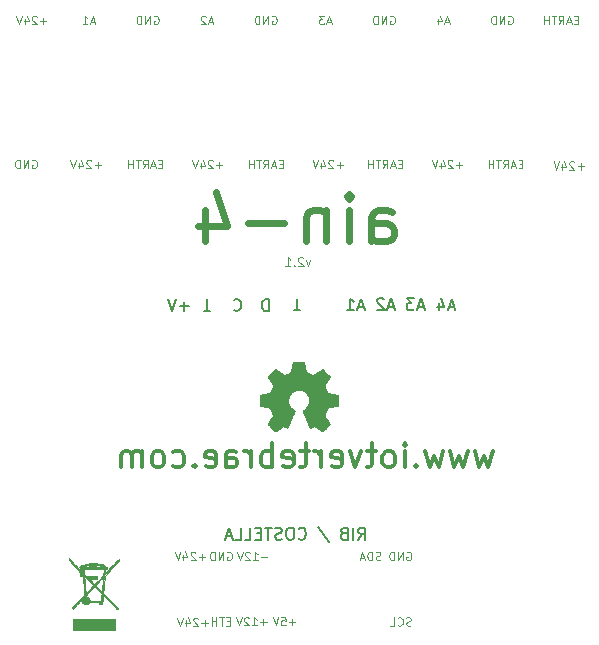
<source format=gbr>
%TF.GenerationSoftware,KiCad,Pcbnew,6.0.11+dfsg-1~bpo11+1*%
%TF.CreationDate,2023-07-05T16:39:37+02:00*%
%TF.ProjectId,ain4rib21,61696e34-7269-4623-9231-2e6b69636164,1.1*%
%TF.SameCoordinates,Original*%
%TF.FileFunction,Legend,Bot*%
%TF.FilePolarity,Positive*%
%FSLAX46Y46*%
G04 Gerber Fmt 4.6, Leading zero omitted, Abs format (unit mm)*
G04 Created by KiCad (PCBNEW 6.0.11+dfsg-1~bpo11+1) date 2023-07-05 16:39:37*
%MOMM*%
%LPD*%
G01*
G04 APERTURE LIST*
%ADD10C,0.120000*%
%ADD11C,0.150000*%
%ADD12C,0.600000*%
%ADD13C,0.300000*%
%ADD14C,0.010000*%
G04 APERTURE END LIST*
D10*
X164433333Y-112620000D02*
X164500000Y-112586666D01*
X164600000Y-112586666D01*
X164700000Y-112620000D01*
X164766666Y-112686666D01*
X164800000Y-112753333D01*
X164833333Y-112886666D01*
X164833333Y-112986666D01*
X164800000Y-113120000D01*
X164766666Y-113186666D01*
X164700000Y-113253333D01*
X164600000Y-113286666D01*
X164533333Y-113286666D01*
X164433333Y-113253333D01*
X164400000Y-113220000D01*
X164400000Y-112986666D01*
X164533333Y-112986666D01*
X164100000Y-113286666D02*
X164100000Y-112586666D01*
X163700000Y-113286666D01*
X163700000Y-112586666D01*
X163366666Y-113286666D02*
X163366666Y-112586666D01*
X163200000Y-112586666D01*
X163100000Y-112620000D01*
X163033333Y-112686666D01*
X163000000Y-112753333D01*
X162966666Y-112886666D01*
X162966666Y-112986666D01*
X163000000Y-113120000D01*
X163033333Y-113186666D01*
X163100000Y-113253333D01*
X163200000Y-113286666D01*
X163366666Y-113286666D01*
D11*
X145959523Y-91796428D02*
X145197619Y-91796428D01*
X145578571Y-92177380D02*
X145578571Y-91415476D01*
X144864285Y-91177380D02*
X144530952Y-92177380D01*
X144197619Y-91177380D01*
D10*
X147363333Y-113020000D02*
X146830000Y-113020000D01*
X147096666Y-113286666D02*
X147096666Y-112753333D01*
X146530000Y-112653333D02*
X146496666Y-112620000D01*
X146430000Y-112586666D01*
X146263333Y-112586666D01*
X146196666Y-112620000D01*
X146163333Y-112653333D01*
X146130000Y-112720000D01*
X146130000Y-112786666D01*
X146163333Y-112886666D01*
X146563333Y-113286666D01*
X146130000Y-113286666D01*
X145530000Y-112820000D02*
X145530000Y-113286666D01*
X145696666Y-112553333D02*
X145863333Y-113053333D01*
X145430000Y-113053333D01*
X145263333Y-112586666D02*
X145030000Y-113286666D01*
X144796666Y-112586666D01*
X168000000Y-67716666D02*
X167666666Y-67716666D01*
X168066666Y-67916666D02*
X167833333Y-67216666D01*
X167600000Y-67916666D01*
X167066666Y-67450000D02*
X167066666Y-67916666D01*
X167233333Y-67183333D02*
X167400000Y-67683333D01*
X166966666Y-67683333D01*
X149493333Y-118470000D02*
X149260000Y-118470000D01*
X149160000Y-118836666D02*
X149493333Y-118836666D01*
X149493333Y-118136666D01*
X149160000Y-118136666D01*
X148960000Y-118136666D02*
X148560000Y-118136666D01*
X148760000Y-118836666D02*
X148760000Y-118136666D01*
X148326666Y-118836666D02*
X148326666Y-118136666D01*
X148326666Y-118470000D02*
X147926666Y-118470000D01*
X147926666Y-118836666D02*
X147926666Y-118136666D01*
X173033333Y-67250000D02*
X173100000Y-67216666D01*
X173200000Y-67216666D01*
X173300000Y-67250000D01*
X173366666Y-67316666D01*
X173400000Y-67383333D01*
X173433333Y-67516666D01*
X173433333Y-67616666D01*
X173400000Y-67750000D01*
X173366666Y-67816666D01*
X173300000Y-67883333D01*
X173200000Y-67916666D01*
X173133333Y-67916666D01*
X173033333Y-67883333D01*
X173000000Y-67850000D01*
X173000000Y-67616666D01*
X173133333Y-67616666D01*
X172700000Y-67916666D02*
X172700000Y-67216666D01*
X172300000Y-67916666D01*
X172300000Y-67216666D01*
X171966666Y-67916666D02*
X171966666Y-67216666D01*
X171800000Y-67216666D01*
X171700000Y-67250000D01*
X171633333Y-67316666D01*
X171600000Y-67383333D01*
X171566666Y-67516666D01*
X171566666Y-67616666D01*
X171600000Y-67750000D01*
X171633333Y-67816666D01*
X171700000Y-67883333D01*
X171800000Y-67916666D01*
X171966666Y-67916666D01*
X143733333Y-79750000D02*
X143500000Y-79750000D01*
X143400000Y-80116666D02*
X143733333Y-80116666D01*
X143733333Y-79416666D01*
X143400000Y-79416666D01*
X143133333Y-79916666D02*
X142800000Y-79916666D01*
X143200000Y-80116666D02*
X142966666Y-79416666D01*
X142733333Y-80116666D01*
X142100000Y-80116666D02*
X142333333Y-79783333D01*
X142500000Y-80116666D02*
X142500000Y-79416666D01*
X142233333Y-79416666D01*
X142166666Y-79450000D01*
X142133333Y-79483333D01*
X142100000Y-79550000D01*
X142100000Y-79650000D01*
X142133333Y-79716666D01*
X142166666Y-79750000D01*
X142233333Y-79783333D01*
X142500000Y-79783333D01*
X141900000Y-79416666D02*
X141500000Y-79416666D01*
X141700000Y-80116666D02*
X141700000Y-79416666D01*
X141266666Y-80116666D02*
X141266666Y-79416666D01*
X141266666Y-79750000D02*
X140866666Y-79750000D01*
X140866666Y-80116666D02*
X140866666Y-79416666D01*
X132733333Y-79450000D02*
X132800000Y-79416666D01*
X132900000Y-79416666D01*
X133000000Y-79450000D01*
X133066666Y-79516666D01*
X133100000Y-79583333D01*
X133133333Y-79716666D01*
X133133333Y-79816666D01*
X133100000Y-79950000D01*
X133066666Y-80016666D01*
X133000000Y-80083333D01*
X132900000Y-80116666D01*
X132833333Y-80116666D01*
X132733333Y-80083333D01*
X132700000Y-80050000D01*
X132700000Y-79816666D01*
X132833333Y-79816666D01*
X132400000Y-80116666D02*
X132400000Y-79416666D01*
X132000000Y-80116666D01*
X132000000Y-79416666D01*
X131666666Y-80116666D02*
X131666666Y-79416666D01*
X131500000Y-79416666D01*
X131400000Y-79450000D01*
X131333333Y-79516666D01*
X131300000Y-79583333D01*
X131266666Y-79716666D01*
X131266666Y-79816666D01*
X131300000Y-79950000D01*
X131333333Y-80016666D01*
X131400000Y-80083333D01*
X131500000Y-80116666D01*
X131666666Y-80116666D01*
D11*
X168464285Y-91866666D02*
X167988095Y-91866666D01*
X168559523Y-92152380D02*
X168226190Y-91152380D01*
X167892857Y-92152380D01*
X167130952Y-91485714D02*
X167130952Y-92152380D01*
X167369047Y-91104761D02*
X167607142Y-91819047D01*
X166988095Y-91819047D01*
X152736904Y-92202380D02*
X152736904Y-91202380D01*
X152498809Y-91202380D01*
X152355952Y-91250000D01*
X152260714Y-91345238D01*
X152213095Y-91440476D01*
X152165476Y-91630952D01*
X152165476Y-91773809D01*
X152213095Y-91964285D01*
X152260714Y-92059523D01*
X152355952Y-92154761D01*
X152498809Y-92202380D01*
X152736904Y-92202380D01*
X154864285Y-92147619D02*
X155435714Y-92147619D01*
X155150000Y-91147619D02*
X155150000Y-92147619D01*
D10*
X133933333Y-67650000D02*
X133400000Y-67650000D01*
X133666666Y-67916666D02*
X133666666Y-67383333D01*
X133100000Y-67283333D02*
X133066666Y-67250000D01*
X133000000Y-67216666D01*
X132833333Y-67216666D01*
X132766666Y-67250000D01*
X132733333Y-67283333D01*
X132700000Y-67350000D01*
X132700000Y-67416666D01*
X132733333Y-67516666D01*
X133133333Y-67916666D01*
X132700000Y-67916666D01*
X132100000Y-67450000D02*
X132100000Y-67916666D01*
X132266666Y-67183333D02*
X132433333Y-67683333D01*
X132000000Y-67683333D01*
X131833333Y-67216666D02*
X131600000Y-67916666D01*
X131366666Y-67216666D01*
D11*
X165864285Y-91841666D02*
X165388095Y-91841666D01*
X165959523Y-92127380D02*
X165626190Y-91127380D01*
X165292857Y-92127380D01*
X165054761Y-91127380D02*
X164435714Y-91127380D01*
X164769047Y-91508333D01*
X164626190Y-91508333D01*
X164530952Y-91555952D01*
X164483333Y-91603571D01*
X164435714Y-91698809D01*
X164435714Y-91936904D01*
X164483333Y-92032142D01*
X164530952Y-92079761D01*
X164626190Y-92127380D01*
X164911904Y-92127380D01*
X165007142Y-92079761D01*
X165054761Y-92032142D01*
D10*
X138000000Y-67716666D02*
X137666666Y-67716666D01*
X138066666Y-67916666D02*
X137833333Y-67216666D01*
X137600000Y-67916666D01*
X137000000Y-67916666D02*
X137400000Y-67916666D01*
X137200000Y-67916666D02*
X137200000Y-67216666D01*
X137266666Y-67316666D01*
X137333333Y-67383333D01*
X137400000Y-67416666D01*
X152563333Y-118550000D02*
X152030000Y-118550000D01*
X152296666Y-118816666D02*
X152296666Y-118283333D01*
X151330000Y-118816666D02*
X151730000Y-118816666D01*
X151530000Y-118816666D02*
X151530000Y-118116666D01*
X151596666Y-118216666D01*
X151663333Y-118283333D01*
X151730000Y-118316666D01*
X151063333Y-118183333D02*
X151030000Y-118150000D01*
X150963333Y-118116666D01*
X150796666Y-118116666D01*
X150730000Y-118150000D01*
X150696666Y-118183333D01*
X150663333Y-118250000D01*
X150663333Y-118316666D01*
X150696666Y-118416666D01*
X151096666Y-118816666D01*
X150663333Y-118816666D01*
X150463333Y-118116666D02*
X150230000Y-118816666D01*
X149996666Y-118116666D01*
X178933333Y-67550000D02*
X178700000Y-67550000D01*
X178600000Y-67916666D02*
X178933333Y-67916666D01*
X178933333Y-67216666D01*
X178600000Y-67216666D01*
X178333333Y-67716666D02*
X178000000Y-67716666D01*
X178400000Y-67916666D02*
X178166666Y-67216666D01*
X177933333Y-67916666D01*
X177300000Y-67916666D02*
X177533333Y-67583333D01*
X177700000Y-67916666D02*
X177700000Y-67216666D01*
X177433333Y-67216666D01*
X177366666Y-67250000D01*
X177333333Y-67283333D01*
X177300000Y-67350000D01*
X177300000Y-67450000D01*
X177333333Y-67516666D01*
X177366666Y-67550000D01*
X177433333Y-67583333D01*
X177700000Y-67583333D01*
X177100000Y-67216666D02*
X176700000Y-67216666D01*
X176900000Y-67916666D02*
X176900000Y-67216666D01*
X176466666Y-67916666D02*
X176466666Y-67216666D01*
X176466666Y-67550000D02*
X176066666Y-67550000D01*
X176066666Y-67916666D02*
X176066666Y-67216666D01*
X155010000Y-118550000D02*
X154476666Y-118550000D01*
X154743333Y-118816666D02*
X154743333Y-118283333D01*
X153810000Y-118116666D02*
X154143333Y-118116666D01*
X154176666Y-118450000D01*
X154143333Y-118416666D01*
X154076666Y-118383333D01*
X153910000Y-118383333D01*
X153843333Y-118416666D01*
X153810000Y-118450000D01*
X153776666Y-118516666D01*
X153776666Y-118683333D01*
X153810000Y-118750000D01*
X153843333Y-118783333D01*
X153910000Y-118816666D01*
X154076666Y-118816666D01*
X154143333Y-118783333D01*
X154176666Y-118750000D01*
X153576666Y-118116666D02*
X153343333Y-118816666D01*
X153110000Y-118116666D01*
D11*
X163364285Y-91816666D02*
X162888095Y-91816666D01*
X163459523Y-92102380D02*
X163126190Y-91102380D01*
X162792857Y-92102380D01*
X162507142Y-91197619D02*
X162459523Y-91150000D01*
X162364285Y-91102380D01*
X162126190Y-91102380D01*
X162030952Y-91150000D01*
X161983333Y-91197619D01*
X161935714Y-91292857D01*
X161935714Y-91388095D01*
X161983333Y-91530952D01*
X162554761Y-92102380D01*
X161935714Y-92102380D01*
X160335714Y-111542380D02*
X160669047Y-111066190D01*
X160907142Y-111542380D02*
X160907142Y-110542380D01*
X160526190Y-110542380D01*
X160430952Y-110590000D01*
X160383333Y-110637619D01*
X160335714Y-110732857D01*
X160335714Y-110875714D01*
X160383333Y-110970952D01*
X160430952Y-111018571D01*
X160526190Y-111066190D01*
X160907142Y-111066190D01*
X159907142Y-111542380D02*
X159907142Y-110542380D01*
X159097619Y-111018571D02*
X158954761Y-111066190D01*
X158907142Y-111113809D01*
X158859523Y-111209047D01*
X158859523Y-111351904D01*
X158907142Y-111447142D01*
X158954761Y-111494761D01*
X159050000Y-111542380D01*
X159430952Y-111542380D01*
X159430952Y-110542380D01*
X159097619Y-110542380D01*
X159002380Y-110590000D01*
X158954761Y-110637619D01*
X158907142Y-110732857D01*
X158907142Y-110828095D01*
X158954761Y-110923333D01*
X159002380Y-110970952D01*
X159097619Y-111018571D01*
X159430952Y-111018571D01*
X156954761Y-110494761D02*
X157811904Y-111780476D01*
X155288095Y-111447142D02*
X155335714Y-111494761D01*
X155478571Y-111542380D01*
X155573809Y-111542380D01*
X155716666Y-111494761D01*
X155811904Y-111399523D01*
X155859523Y-111304285D01*
X155907142Y-111113809D01*
X155907142Y-110970952D01*
X155859523Y-110780476D01*
X155811904Y-110685238D01*
X155716666Y-110590000D01*
X155573809Y-110542380D01*
X155478571Y-110542380D01*
X155335714Y-110590000D01*
X155288095Y-110637619D01*
X154669047Y-110542380D02*
X154478571Y-110542380D01*
X154383333Y-110590000D01*
X154288095Y-110685238D01*
X154240476Y-110875714D01*
X154240476Y-111209047D01*
X154288095Y-111399523D01*
X154383333Y-111494761D01*
X154478571Y-111542380D01*
X154669047Y-111542380D01*
X154764285Y-111494761D01*
X154859523Y-111399523D01*
X154907142Y-111209047D01*
X154907142Y-110875714D01*
X154859523Y-110685238D01*
X154764285Y-110590000D01*
X154669047Y-110542380D01*
X153859523Y-111494761D02*
X153716666Y-111542380D01*
X153478571Y-111542380D01*
X153383333Y-111494761D01*
X153335714Y-111447142D01*
X153288095Y-111351904D01*
X153288095Y-111256666D01*
X153335714Y-111161428D01*
X153383333Y-111113809D01*
X153478571Y-111066190D01*
X153669047Y-111018571D01*
X153764285Y-110970952D01*
X153811904Y-110923333D01*
X153859523Y-110828095D01*
X153859523Y-110732857D01*
X153811904Y-110637619D01*
X153764285Y-110590000D01*
X153669047Y-110542380D01*
X153430952Y-110542380D01*
X153288095Y-110590000D01*
X153002380Y-110542380D02*
X152430952Y-110542380D01*
X152716666Y-111542380D02*
X152716666Y-110542380D01*
X152097619Y-111018571D02*
X151764285Y-111018571D01*
X151621428Y-111542380D02*
X152097619Y-111542380D01*
X152097619Y-110542380D01*
X151621428Y-110542380D01*
X150716666Y-111542380D02*
X151192857Y-111542380D01*
X151192857Y-110542380D01*
X149907142Y-111542380D02*
X150383333Y-111542380D01*
X150383333Y-110542380D01*
X149621428Y-111256666D02*
X149145238Y-111256666D01*
X149716666Y-111542380D02*
X149383333Y-110542380D01*
X149050000Y-111542380D01*
X147239285Y-92172619D02*
X147810714Y-92172619D01*
X147525000Y-91172619D02*
X147525000Y-92172619D01*
D10*
X156271428Y-87889285D02*
X156092857Y-88389285D01*
X155914285Y-87889285D01*
X155664285Y-87710714D02*
X155628571Y-87675000D01*
X155557142Y-87639285D01*
X155378571Y-87639285D01*
X155307142Y-87675000D01*
X155271428Y-87710714D01*
X155235714Y-87782142D01*
X155235714Y-87853571D01*
X155271428Y-87960714D01*
X155700000Y-88389285D01*
X155235714Y-88389285D01*
X154914285Y-88317857D02*
X154878571Y-88353571D01*
X154914285Y-88389285D01*
X154950000Y-88353571D01*
X154914285Y-88317857D01*
X154914285Y-88389285D01*
X154164285Y-88389285D02*
X154592857Y-88389285D01*
X154378571Y-88389285D02*
X154378571Y-87639285D01*
X154450000Y-87746428D01*
X154521428Y-87817857D01*
X154592857Y-87853571D01*
X153933333Y-79750000D02*
X153700000Y-79750000D01*
X153600000Y-80116666D02*
X153933333Y-80116666D01*
X153933333Y-79416666D01*
X153600000Y-79416666D01*
X153333333Y-79916666D02*
X153000000Y-79916666D01*
X153400000Y-80116666D02*
X153166666Y-79416666D01*
X152933333Y-80116666D01*
X152300000Y-80116666D02*
X152533333Y-79783333D01*
X152700000Y-80116666D02*
X152700000Y-79416666D01*
X152433333Y-79416666D01*
X152366666Y-79450000D01*
X152333333Y-79483333D01*
X152300000Y-79550000D01*
X152300000Y-79650000D01*
X152333333Y-79716666D01*
X152366666Y-79750000D01*
X152433333Y-79783333D01*
X152700000Y-79783333D01*
X152100000Y-79416666D02*
X151700000Y-79416666D01*
X151900000Y-80116666D02*
X151900000Y-79416666D01*
X151466666Y-80116666D02*
X151466666Y-79416666D01*
X151466666Y-79750000D02*
X151066666Y-79750000D01*
X151066666Y-80116666D02*
X151066666Y-79416666D01*
X149233333Y-112620000D02*
X149300000Y-112586666D01*
X149400000Y-112586666D01*
X149500000Y-112620000D01*
X149566666Y-112686666D01*
X149600000Y-112753333D01*
X149633333Y-112886666D01*
X149633333Y-112986666D01*
X149600000Y-113120000D01*
X149566666Y-113186666D01*
X149500000Y-113253333D01*
X149400000Y-113286666D01*
X149333333Y-113286666D01*
X149233333Y-113253333D01*
X149200000Y-113220000D01*
X149200000Y-112986666D01*
X149333333Y-112986666D01*
X148900000Y-113286666D02*
X148900000Y-112586666D01*
X148500000Y-113286666D01*
X148500000Y-112586666D01*
X148166666Y-113286666D02*
X148166666Y-112586666D01*
X148000000Y-112586666D01*
X147900000Y-112620000D01*
X147833333Y-112686666D01*
X147800000Y-112753333D01*
X147766666Y-112886666D01*
X147766666Y-112986666D01*
X147800000Y-113120000D01*
X147833333Y-113186666D01*
X147900000Y-113253333D01*
X148000000Y-113286666D01*
X148166666Y-113286666D01*
X143033333Y-67250000D02*
X143100000Y-67216666D01*
X143200000Y-67216666D01*
X143300000Y-67250000D01*
X143366666Y-67316666D01*
X143400000Y-67383333D01*
X143433333Y-67516666D01*
X143433333Y-67616666D01*
X143400000Y-67750000D01*
X143366666Y-67816666D01*
X143300000Y-67883333D01*
X143200000Y-67916666D01*
X143133333Y-67916666D01*
X143033333Y-67883333D01*
X143000000Y-67850000D01*
X143000000Y-67616666D01*
X143133333Y-67616666D01*
X142700000Y-67916666D02*
X142700000Y-67216666D01*
X142300000Y-67916666D01*
X142300000Y-67216666D01*
X141966666Y-67916666D02*
X141966666Y-67216666D01*
X141800000Y-67216666D01*
X141700000Y-67250000D01*
X141633333Y-67316666D01*
X141600000Y-67383333D01*
X141566666Y-67516666D01*
X141566666Y-67616666D01*
X141600000Y-67750000D01*
X141633333Y-67816666D01*
X141700000Y-67883333D01*
X141800000Y-67916666D01*
X141966666Y-67916666D01*
X169133333Y-79850000D02*
X168600000Y-79850000D01*
X168866666Y-80116666D02*
X168866666Y-79583333D01*
X168300000Y-79483333D02*
X168266666Y-79450000D01*
X168200000Y-79416666D01*
X168033333Y-79416666D01*
X167966666Y-79450000D01*
X167933333Y-79483333D01*
X167900000Y-79550000D01*
X167900000Y-79616666D01*
X167933333Y-79716666D01*
X168333333Y-80116666D01*
X167900000Y-80116666D01*
X167300000Y-79650000D02*
X167300000Y-80116666D01*
X167466666Y-79383333D02*
X167633333Y-79883333D01*
X167200000Y-79883333D01*
X167033333Y-79416666D02*
X166800000Y-80116666D01*
X166566666Y-79416666D01*
X164033333Y-79750000D02*
X163800000Y-79750000D01*
X163700000Y-80116666D02*
X164033333Y-80116666D01*
X164033333Y-79416666D01*
X163700000Y-79416666D01*
X163433333Y-79916666D02*
X163100000Y-79916666D01*
X163500000Y-80116666D02*
X163266666Y-79416666D01*
X163033333Y-80116666D01*
X162400000Y-80116666D02*
X162633333Y-79783333D01*
X162800000Y-80116666D02*
X162800000Y-79416666D01*
X162533333Y-79416666D01*
X162466666Y-79450000D01*
X162433333Y-79483333D01*
X162400000Y-79550000D01*
X162400000Y-79650000D01*
X162433333Y-79716666D01*
X162466666Y-79750000D01*
X162533333Y-79783333D01*
X162800000Y-79783333D01*
X162200000Y-79416666D02*
X161800000Y-79416666D01*
X162000000Y-80116666D02*
X162000000Y-79416666D01*
X161566666Y-80116666D02*
X161566666Y-79416666D01*
X161566666Y-79750000D02*
X161166666Y-79750000D01*
X161166666Y-80116666D02*
X161166666Y-79416666D01*
X174233333Y-79750000D02*
X174000000Y-79750000D01*
X173900000Y-80116666D02*
X174233333Y-80116666D01*
X174233333Y-79416666D01*
X173900000Y-79416666D01*
X173633333Y-79916666D02*
X173300000Y-79916666D01*
X173700000Y-80116666D02*
X173466666Y-79416666D01*
X173233333Y-80116666D01*
X172600000Y-80116666D02*
X172833333Y-79783333D01*
X173000000Y-80116666D02*
X173000000Y-79416666D01*
X172733333Y-79416666D01*
X172666666Y-79450000D01*
X172633333Y-79483333D01*
X172600000Y-79550000D01*
X172600000Y-79650000D01*
X172633333Y-79716666D01*
X172666666Y-79750000D01*
X172733333Y-79783333D01*
X173000000Y-79783333D01*
X172400000Y-79416666D02*
X172000000Y-79416666D01*
X172200000Y-80116666D02*
X172200000Y-79416666D01*
X171766666Y-80116666D02*
X171766666Y-79416666D01*
X171766666Y-79750000D02*
X171366666Y-79750000D01*
X171366666Y-80116666D02*
X171366666Y-79416666D01*
D11*
X160814285Y-91866666D02*
X160338095Y-91866666D01*
X160909523Y-92152380D02*
X160576190Y-91152380D01*
X160242857Y-92152380D01*
X159385714Y-92152380D02*
X159957142Y-92152380D01*
X159671428Y-92152380D02*
X159671428Y-91152380D01*
X159766666Y-91295238D01*
X159861904Y-91390476D01*
X159957142Y-91438095D01*
X149790476Y-92082142D02*
X149838095Y-92129761D01*
X149980952Y-92177380D01*
X150076190Y-92177380D01*
X150219047Y-92129761D01*
X150314285Y-92034523D01*
X150361904Y-91939285D01*
X150409523Y-91748809D01*
X150409523Y-91605952D01*
X150361904Y-91415476D01*
X150314285Y-91320238D01*
X150219047Y-91225000D01*
X150076190Y-91177380D01*
X149980952Y-91177380D01*
X149838095Y-91225000D01*
X149790476Y-91272619D01*
D10*
X153033333Y-67250000D02*
X153100000Y-67216666D01*
X153200000Y-67216666D01*
X153300000Y-67250000D01*
X153366666Y-67316666D01*
X153400000Y-67383333D01*
X153433333Y-67516666D01*
X153433333Y-67616666D01*
X153400000Y-67750000D01*
X153366666Y-67816666D01*
X153300000Y-67883333D01*
X153200000Y-67916666D01*
X153133333Y-67916666D01*
X153033333Y-67883333D01*
X153000000Y-67850000D01*
X153000000Y-67616666D01*
X153133333Y-67616666D01*
X152700000Y-67916666D02*
X152700000Y-67216666D01*
X152300000Y-67916666D01*
X152300000Y-67216666D01*
X151966666Y-67916666D02*
X151966666Y-67216666D01*
X151800000Y-67216666D01*
X151700000Y-67250000D01*
X151633333Y-67316666D01*
X151600000Y-67383333D01*
X151566666Y-67516666D01*
X151566666Y-67616666D01*
X151600000Y-67750000D01*
X151633333Y-67816666D01*
X151700000Y-67883333D01*
X151800000Y-67916666D01*
X151966666Y-67916666D01*
X138533333Y-79850000D02*
X138000000Y-79850000D01*
X138266666Y-80116666D02*
X138266666Y-79583333D01*
X137700000Y-79483333D02*
X137666666Y-79450000D01*
X137600000Y-79416666D01*
X137433333Y-79416666D01*
X137366666Y-79450000D01*
X137333333Y-79483333D01*
X137300000Y-79550000D01*
X137300000Y-79616666D01*
X137333333Y-79716666D01*
X137733333Y-80116666D01*
X137300000Y-80116666D01*
X136700000Y-79650000D02*
X136700000Y-80116666D01*
X136866666Y-79383333D02*
X137033333Y-79883333D01*
X136600000Y-79883333D01*
X136433333Y-79416666D02*
X136200000Y-80116666D01*
X135966666Y-79416666D01*
X152643333Y-113020000D02*
X152110000Y-113020000D01*
X151410000Y-113286666D02*
X151810000Y-113286666D01*
X151610000Y-113286666D02*
X151610000Y-112586666D01*
X151676666Y-112686666D01*
X151743333Y-112753333D01*
X151810000Y-112786666D01*
X151143333Y-112653333D02*
X151110000Y-112620000D01*
X151043333Y-112586666D01*
X150876666Y-112586666D01*
X150810000Y-112620000D01*
X150776666Y-112653333D01*
X150743333Y-112720000D01*
X150743333Y-112786666D01*
X150776666Y-112886666D01*
X151176666Y-113286666D01*
X150743333Y-113286666D01*
X150543333Y-112586666D02*
X150310000Y-113286666D01*
X150076666Y-112586666D01*
X148000000Y-67716666D02*
X147666666Y-67716666D01*
X148066666Y-67916666D02*
X147833333Y-67216666D01*
X147600000Y-67916666D01*
X147400000Y-67283333D02*
X147366666Y-67250000D01*
X147300000Y-67216666D01*
X147133333Y-67216666D01*
X147066666Y-67250000D01*
X147033333Y-67283333D01*
X147000000Y-67350000D01*
X147000000Y-67416666D01*
X147033333Y-67516666D01*
X147433333Y-67916666D01*
X147000000Y-67916666D01*
X179433333Y-79950000D02*
X178900000Y-79950000D01*
X179166666Y-80216666D02*
X179166666Y-79683333D01*
X178600000Y-79583333D02*
X178566666Y-79550000D01*
X178500000Y-79516666D01*
X178333333Y-79516666D01*
X178266666Y-79550000D01*
X178233333Y-79583333D01*
X178200000Y-79650000D01*
X178200000Y-79716666D01*
X178233333Y-79816666D01*
X178633333Y-80216666D01*
X178200000Y-80216666D01*
X177600000Y-79750000D02*
X177600000Y-80216666D01*
X177766666Y-79483333D02*
X177933333Y-79983333D01*
X177500000Y-79983333D01*
X177333333Y-79516666D02*
X177100000Y-80216666D01*
X176866666Y-79516666D01*
X162210000Y-113243333D02*
X162110000Y-113276666D01*
X161943333Y-113276666D01*
X161876666Y-113243333D01*
X161843333Y-113210000D01*
X161810000Y-113143333D01*
X161810000Y-113076666D01*
X161843333Y-113010000D01*
X161876666Y-112976666D01*
X161943333Y-112943333D01*
X162076666Y-112910000D01*
X162143333Y-112876666D01*
X162176666Y-112843333D01*
X162210000Y-112776666D01*
X162210000Y-112710000D01*
X162176666Y-112643333D01*
X162143333Y-112610000D01*
X162076666Y-112576666D01*
X161910000Y-112576666D01*
X161810000Y-112610000D01*
X161510000Y-113276666D02*
X161510000Y-112576666D01*
X161343333Y-112576666D01*
X161243333Y-112610000D01*
X161176666Y-112676666D01*
X161143333Y-112743333D01*
X161110000Y-112876666D01*
X161110000Y-112976666D01*
X161143333Y-113110000D01*
X161176666Y-113176666D01*
X161243333Y-113243333D01*
X161343333Y-113276666D01*
X161510000Y-113276666D01*
X160843333Y-113076666D02*
X160510000Y-113076666D01*
X160910000Y-113276666D02*
X160676666Y-112576666D01*
X160443333Y-113276666D01*
X148833333Y-79850000D02*
X148300000Y-79850000D01*
X148566666Y-80116666D02*
X148566666Y-79583333D01*
X148000000Y-79483333D02*
X147966666Y-79450000D01*
X147900000Y-79416666D01*
X147733333Y-79416666D01*
X147666666Y-79450000D01*
X147633333Y-79483333D01*
X147600000Y-79550000D01*
X147600000Y-79616666D01*
X147633333Y-79716666D01*
X148033333Y-80116666D01*
X147600000Y-80116666D01*
X147000000Y-79650000D02*
X147000000Y-80116666D01*
X147166666Y-79383333D02*
X147333333Y-79883333D01*
X146900000Y-79883333D01*
X146733333Y-79416666D02*
X146500000Y-80116666D01*
X146266666Y-79416666D01*
D12*
X161435714Y-86309523D02*
X161435714Y-84214285D01*
X161626190Y-83833333D01*
X162007142Y-83642857D01*
X162769047Y-83642857D01*
X163150000Y-83833333D01*
X161435714Y-86119047D02*
X161816666Y-86309523D01*
X162769047Y-86309523D01*
X163150000Y-86119047D01*
X163340476Y-85738095D01*
X163340476Y-85357142D01*
X163150000Y-84976190D01*
X162769047Y-84785714D01*
X161816666Y-84785714D01*
X161435714Y-84595238D01*
X159530952Y-86309523D02*
X159530952Y-83642857D01*
X159530952Y-82309523D02*
X159721428Y-82500000D01*
X159530952Y-82690476D01*
X159340476Y-82500000D01*
X159530952Y-82309523D01*
X159530952Y-82690476D01*
X157626190Y-83642857D02*
X157626190Y-86309523D01*
X157626190Y-84023809D02*
X157435714Y-83833333D01*
X157054761Y-83642857D01*
X156483333Y-83642857D01*
X156102380Y-83833333D01*
X155911904Y-84214285D01*
X155911904Y-86309523D01*
X154007142Y-84785714D02*
X150959523Y-84785714D01*
X147340476Y-83642857D02*
X147340476Y-86309523D01*
X148292857Y-82119047D02*
X149245238Y-84976190D01*
X146769047Y-84976190D01*
D10*
X159033333Y-79850000D02*
X158500000Y-79850000D01*
X158766666Y-80116666D02*
X158766666Y-79583333D01*
X158200000Y-79483333D02*
X158166666Y-79450000D01*
X158100000Y-79416666D01*
X157933333Y-79416666D01*
X157866666Y-79450000D01*
X157833333Y-79483333D01*
X157800000Y-79550000D01*
X157800000Y-79616666D01*
X157833333Y-79716666D01*
X158233333Y-80116666D01*
X157800000Y-80116666D01*
X157200000Y-79650000D02*
X157200000Y-80116666D01*
X157366666Y-79383333D02*
X157533333Y-79883333D01*
X157100000Y-79883333D01*
X156933333Y-79416666D02*
X156700000Y-80116666D01*
X156466666Y-79416666D01*
D13*
X171709523Y-104071428D02*
X171328571Y-105404761D01*
X170947619Y-104452380D01*
X170566666Y-105404761D01*
X170185714Y-104071428D01*
X169614285Y-104071428D02*
X169233333Y-105404761D01*
X168852380Y-104452380D01*
X168471428Y-105404761D01*
X168090476Y-104071428D01*
X167519047Y-104071428D02*
X167138095Y-105404761D01*
X166757142Y-104452380D01*
X166376190Y-105404761D01*
X165995238Y-104071428D01*
X165233333Y-105214285D02*
X165138095Y-105309523D01*
X165233333Y-105404761D01*
X165328571Y-105309523D01*
X165233333Y-105214285D01*
X165233333Y-105404761D01*
X164280952Y-105404761D02*
X164280952Y-104071428D01*
X164280952Y-103404761D02*
X164376190Y-103500000D01*
X164280952Y-103595238D01*
X164185714Y-103500000D01*
X164280952Y-103404761D01*
X164280952Y-103595238D01*
X163042857Y-105404761D02*
X163233333Y-105309523D01*
X163328571Y-105214285D01*
X163423809Y-105023809D01*
X163423809Y-104452380D01*
X163328571Y-104261904D01*
X163233333Y-104166666D01*
X163042857Y-104071428D01*
X162757142Y-104071428D01*
X162566666Y-104166666D01*
X162471428Y-104261904D01*
X162376190Y-104452380D01*
X162376190Y-105023809D01*
X162471428Y-105214285D01*
X162566666Y-105309523D01*
X162757142Y-105404761D01*
X163042857Y-105404761D01*
X161804761Y-104071428D02*
X161042857Y-104071428D01*
X161519047Y-103404761D02*
X161519047Y-105119047D01*
X161423809Y-105309523D01*
X161233333Y-105404761D01*
X161042857Y-105404761D01*
X160566666Y-104071428D02*
X160090476Y-105404761D01*
X159614285Y-104071428D01*
X158090476Y-105309523D02*
X158280952Y-105404761D01*
X158661904Y-105404761D01*
X158852380Y-105309523D01*
X158947619Y-105119047D01*
X158947619Y-104357142D01*
X158852380Y-104166666D01*
X158661904Y-104071428D01*
X158280952Y-104071428D01*
X158090476Y-104166666D01*
X157995238Y-104357142D01*
X157995238Y-104547619D01*
X158947619Y-104738095D01*
X157138095Y-105404761D02*
X157138095Y-104071428D01*
X157138095Y-104452380D02*
X157042857Y-104261904D01*
X156947619Y-104166666D01*
X156757142Y-104071428D01*
X156566666Y-104071428D01*
X156185714Y-104071428D02*
X155423809Y-104071428D01*
X155900000Y-103404761D02*
X155900000Y-105119047D01*
X155804761Y-105309523D01*
X155614285Y-105404761D01*
X155423809Y-105404761D01*
X153995238Y-105309523D02*
X154185714Y-105404761D01*
X154566666Y-105404761D01*
X154757142Y-105309523D01*
X154852380Y-105119047D01*
X154852380Y-104357142D01*
X154757142Y-104166666D01*
X154566666Y-104071428D01*
X154185714Y-104071428D01*
X153995238Y-104166666D01*
X153900000Y-104357142D01*
X153900000Y-104547619D01*
X154852380Y-104738095D01*
X153042857Y-105404761D02*
X153042857Y-103404761D01*
X153042857Y-104166666D02*
X152852380Y-104071428D01*
X152471428Y-104071428D01*
X152280952Y-104166666D01*
X152185714Y-104261904D01*
X152090476Y-104452380D01*
X152090476Y-105023809D01*
X152185714Y-105214285D01*
X152280952Y-105309523D01*
X152471428Y-105404761D01*
X152852380Y-105404761D01*
X153042857Y-105309523D01*
X151233333Y-105404761D02*
X151233333Y-104071428D01*
X151233333Y-104452380D02*
X151138095Y-104261904D01*
X151042857Y-104166666D01*
X150852380Y-104071428D01*
X150661904Y-104071428D01*
X149138095Y-105404761D02*
X149138095Y-104357142D01*
X149233333Y-104166666D01*
X149423809Y-104071428D01*
X149804761Y-104071428D01*
X149995238Y-104166666D01*
X149138095Y-105309523D02*
X149328571Y-105404761D01*
X149804761Y-105404761D01*
X149995238Y-105309523D01*
X150090476Y-105119047D01*
X150090476Y-104928571D01*
X149995238Y-104738095D01*
X149804761Y-104642857D01*
X149328571Y-104642857D01*
X149138095Y-104547619D01*
X147423809Y-105309523D02*
X147614285Y-105404761D01*
X147995238Y-105404761D01*
X148185714Y-105309523D01*
X148280952Y-105119047D01*
X148280952Y-104357142D01*
X148185714Y-104166666D01*
X147995238Y-104071428D01*
X147614285Y-104071428D01*
X147423809Y-104166666D01*
X147328571Y-104357142D01*
X147328571Y-104547619D01*
X148280952Y-104738095D01*
X146471428Y-105214285D02*
X146376190Y-105309523D01*
X146471428Y-105404761D01*
X146566666Y-105309523D01*
X146471428Y-105214285D01*
X146471428Y-105404761D01*
X144661904Y-105309523D02*
X144852380Y-105404761D01*
X145233333Y-105404761D01*
X145423809Y-105309523D01*
X145519047Y-105214285D01*
X145614285Y-105023809D01*
X145614285Y-104452380D01*
X145519047Y-104261904D01*
X145423809Y-104166666D01*
X145233333Y-104071428D01*
X144852380Y-104071428D01*
X144661904Y-104166666D01*
X143519047Y-105404761D02*
X143709523Y-105309523D01*
X143804761Y-105214285D01*
X143900000Y-105023809D01*
X143900000Y-104452380D01*
X143804761Y-104261904D01*
X143709523Y-104166666D01*
X143519047Y-104071428D01*
X143233333Y-104071428D01*
X143042857Y-104166666D01*
X142947619Y-104261904D01*
X142852380Y-104452380D01*
X142852380Y-105023809D01*
X142947619Y-105214285D01*
X143042857Y-105309523D01*
X143233333Y-105404761D01*
X143519047Y-105404761D01*
X141995238Y-105404761D02*
X141995238Y-104071428D01*
X141995238Y-104261904D02*
X141900000Y-104166666D01*
X141709523Y-104071428D01*
X141423809Y-104071428D01*
X141233333Y-104166666D01*
X141138095Y-104357142D01*
X141138095Y-105404761D01*
X141138095Y-104357142D02*
X141042857Y-104166666D01*
X140852380Y-104071428D01*
X140566666Y-104071428D01*
X140376190Y-104166666D01*
X140280952Y-104357142D01*
X140280952Y-105404761D01*
D10*
X158000000Y-67716666D02*
X157666666Y-67716666D01*
X158066666Y-67916666D02*
X157833333Y-67216666D01*
X157600000Y-67916666D01*
X157433333Y-67216666D02*
X157000000Y-67216666D01*
X157233333Y-67483333D01*
X157133333Y-67483333D01*
X157066666Y-67516666D01*
X157033333Y-67550000D01*
X157000000Y-67616666D01*
X157000000Y-67783333D01*
X157033333Y-67850000D01*
X157066666Y-67883333D01*
X157133333Y-67916666D01*
X157333333Y-67916666D01*
X157400000Y-67883333D01*
X157433333Y-67850000D01*
X147583333Y-118600000D02*
X147050000Y-118600000D01*
X147316666Y-118866666D02*
X147316666Y-118333333D01*
X146750000Y-118233333D02*
X146716666Y-118200000D01*
X146650000Y-118166666D01*
X146483333Y-118166666D01*
X146416666Y-118200000D01*
X146383333Y-118233333D01*
X146350000Y-118300000D01*
X146350000Y-118366666D01*
X146383333Y-118466666D01*
X146783333Y-118866666D01*
X146350000Y-118866666D01*
X145750000Y-118400000D02*
X145750000Y-118866666D01*
X145916666Y-118133333D02*
X146083333Y-118633333D01*
X145650000Y-118633333D01*
X145483333Y-118166666D02*
X145250000Y-118866666D01*
X145016666Y-118166666D01*
X164783333Y-118803333D02*
X164683333Y-118836666D01*
X164516666Y-118836666D01*
X164450000Y-118803333D01*
X164416666Y-118770000D01*
X164383333Y-118703333D01*
X164383333Y-118636666D01*
X164416666Y-118570000D01*
X164450000Y-118536666D01*
X164516666Y-118503333D01*
X164650000Y-118470000D01*
X164716666Y-118436666D01*
X164750000Y-118403333D01*
X164783333Y-118336666D01*
X164783333Y-118270000D01*
X164750000Y-118203333D01*
X164716666Y-118170000D01*
X164650000Y-118136666D01*
X164483333Y-118136666D01*
X164383333Y-118170000D01*
X163683333Y-118770000D02*
X163716666Y-118803333D01*
X163816666Y-118836666D01*
X163883333Y-118836666D01*
X163983333Y-118803333D01*
X164050000Y-118736666D01*
X164083333Y-118670000D01*
X164116666Y-118536666D01*
X164116666Y-118436666D01*
X164083333Y-118303333D01*
X164050000Y-118236666D01*
X163983333Y-118170000D01*
X163883333Y-118136666D01*
X163816666Y-118136666D01*
X163716666Y-118170000D01*
X163683333Y-118203333D01*
X163050000Y-118836666D02*
X163383333Y-118836666D01*
X163383333Y-118136666D01*
X163033333Y-67250000D02*
X163100000Y-67216666D01*
X163200000Y-67216666D01*
X163300000Y-67250000D01*
X163366666Y-67316666D01*
X163400000Y-67383333D01*
X163433333Y-67516666D01*
X163433333Y-67616666D01*
X163400000Y-67750000D01*
X163366666Y-67816666D01*
X163300000Y-67883333D01*
X163200000Y-67916666D01*
X163133333Y-67916666D01*
X163033333Y-67883333D01*
X163000000Y-67850000D01*
X163000000Y-67616666D01*
X163133333Y-67616666D01*
X162700000Y-67916666D02*
X162700000Y-67216666D01*
X162300000Y-67916666D01*
X162300000Y-67216666D01*
X161966666Y-67916666D02*
X161966666Y-67216666D01*
X161800000Y-67216666D01*
X161700000Y-67250000D01*
X161633333Y-67316666D01*
X161600000Y-67383333D01*
X161566666Y-67516666D01*
X161566666Y-67616666D01*
X161600000Y-67750000D01*
X161633333Y-67816666D01*
X161700000Y-67883333D01*
X161800000Y-67916666D01*
X161966666Y-67916666D01*
%TO.C,REF\u002A\u002A*%
G36*
X155837275Y-96918931D02*
G01*
X155921095Y-97363555D01*
X156539667Y-97618551D01*
X156910707Y-97366246D01*
X156984144Y-97316506D01*
X157081499Y-97251218D01*
X157165787Y-97195454D01*
X157232631Y-97152078D01*
X157277654Y-97123953D01*
X157296478Y-97113942D01*
X157308039Y-97121061D01*
X157342596Y-97150894D01*
X157394894Y-97199852D01*
X157460500Y-97263440D01*
X157534983Y-97337163D01*
X157613913Y-97416525D01*
X157692856Y-97497031D01*
X157767384Y-97574185D01*
X157833063Y-97643493D01*
X157885463Y-97700457D01*
X157920153Y-97740584D01*
X157932701Y-97759377D01*
X157929782Y-97767451D01*
X157909571Y-97803469D01*
X157872663Y-97862744D01*
X157822050Y-97940630D01*
X157760725Y-98032481D01*
X157691679Y-98133650D01*
X157653787Y-98188826D01*
X157588606Y-98284884D01*
X157532723Y-98368717D01*
X157489117Y-98435777D01*
X157460769Y-98481519D01*
X157450657Y-98501396D01*
X157450823Y-98502497D01*
X157459743Y-98527694D01*
X157480206Y-98579147D01*
X157509360Y-98650135D01*
X157544353Y-98733935D01*
X157582332Y-98823828D01*
X157620445Y-98913091D01*
X157655839Y-98995003D01*
X157685662Y-99062843D01*
X157707061Y-99109890D01*
X157717184Y-99129422D01*
X157723174Y-99131155D01*
X157759566Y-99138969D01*
X157824427Y-99151915D01*
X157912565Y-99168979D01*
X158018787Y-99189151D01*
X158137902Y-99211418D01*
X158200683Y-99223223D01*
X158315912Y-99245748D01*
X158416662Y-99266550D01*
X158497426Y-99284435D01*
X158552698Y-99298208D01*
X158576971Y-99306674D01*
X158581331Y-99315066D01*
X158588563Y-99356072D01*
X158594246Y-99424368D01*
X158598382Y-99513529D01*
X158600977Y-99617128D01*
X158602036Y-99728740D01*
X158601561Y-99841938D01*
X158599559Y-99950296D01*
X158596033Y-100047389D01*
X158590987Y-100126790D01*
X158584427Y-100182072D01*
X158576356Y-100206810D01*
X158571458Y-100209600D01*
X158534930Y-100221569D01*
X158471565Y-100237405D01*
X158388686Y-100255374D01*
X158293618Y-100273741D01*
X158261542Y-100279591D01*
X158113393Y-100306798D01*
X157996961Y-100328663D01*
X157908209Y-100346093D01*
X157843103Y-100359996D01*
X157797606Y-100371277D01*
X157767682Y-100380843D01*
X157749294Y-100389601D01*
X157738407Y-100398457D01*
X157737142Y-100399943D01*
X157719338Y-100430931D01*
X157692994Y-100487634D01*
X157660661Y-100563399D01*
X157624893Y-100651574D01*
X157588244Y-100745507D01*
X157553266Y-100838547D01*
X157522513Y-100924041D01*
X157498538Y-100995336D01*
X157483895Y-101045782D01*
X157481136Y-101068726D01*
X157482981Y-101071703D01*
X157502075Y-101100493D01*
X157537984Y-101153595D01*
X157587378Y-101226117D01*
X157646927Y-101313167D01*
X157713303Y-101409854D01*
X157731520Y-101436456D01*
X157795577Y-101531875D01*
X157850937Y-101617212D01*
X157894439Y-101687405D01*
X157922924Y-101737394D01*
X157933232Y-101762116D01*
X157931011Y-101768616D01*
X157907858Y-101800644D01*
X157862177Y-101852945D01*
X157797241Y-101921999D01*
X157716319Y-102004286D01*
X157622685Y-102096286D01*
X157569165Y-102147781D01*
X157484542Y-102227983D01*
X157410475Y-102296678D01*
X157350941Y-102350252D01*
X157309917Y-102385085D01*
X157291381Y-102397563D01*
X157278646Y-102392938D01*
X157239436Y-102371057D01*
X157182495Y-102335273D01*
X157115250Y-102290117D01*
X157067438Y-102257165D01*
X156971985Y-102191727D01*
X156870125Y-102122228D01*
X156777088Y-102059075D01*
X156594832Y-101935800D01*
X156441841Y-102018520D01*
X156405817Y-102037613D01*
X156340303Y-102070272D01*
X156289640Y-102092819D01*
X156262564Y-102101226D01*
X156253703Y-102090430D01*
X156231699Y-102049323D01*
X156199199Y-101981549D01*
X156158010Y-101891409D01*
X156109942Y-101783205D01*
X156056802Y-101661237D01*
X156000399Y-101529808D01*
X155942542Y-101393218D01*
X155885038Y-101255767D01*
X155829697Y-101121758D01*
X155778326Y-100995491D01*
X155732735Y-100881268D01*
X155694732Y-100783390D01*
X155666124Y-100706157D01*
X155648721Y-100653871D01*
X155644331Y-100630833D01*
X155644628Y-100630160D01*
X155665077Y-100608863D01*
X155707850Y-100575508D01*
X155764117Y-100537011D01*
X155781877Y-100525256D01*
X155917014Y-100413735D01*
X156028856Y-100280906D01*
X156114755Y-100132298D01*
X156172062Y-99973440D01*
X156198131Y-99809860D01*
X156190313Y-99647088D01*
X156158644Y-99502315D01*
X156101782Y-99356124D01*
X156018888Y-99225703D01*
X155905131Y-99101813D01*
X155860433Y-99062235D01*
X155715935Y-98964723D01*
X155559838Y-98899050D01*
X155396667Y-98864630D01*
X155230943Y-98860874D01*
X155067192Y-98887194D01*
X154909936Y-98943003D01*
X154763698Y-99027714D01*
X154633004Y-99140737D01*
X154522374Y-99281487D01*
X154501105Y-99316342D01*
X154428810Y-99475655D01*
X154390415Y-99641552D01*
X154384914Y-99809737D01*
X154411301Y-99975913D01*
X154468570Y-100135784D01*
X154555717Y-100285053D01*
X154671736Y-100419423D01*
X154815622Y-100534599D01*
X154820294Y-100537702D01*
X154875964Y-100576933D01*
X154917689Y-100610286D01*
X154936746Y-100630833D01*
X154934342Y-100646941D01*
X154919391Y-100693844D01*
X154892881Y-100766539D01*
X154856620Y-100860725D01*
X154812416Y-100972098D01*
X154762076Y-101096358D01*
X154707407Y-101229202D01*
X154650218Y-101366327D01*
X154592316Y-101503432D01*
X154535510Y-101636215D01*
X154481606Y-101760374D01*
X154432412Y-101871606D01*
X154389737Y-101965609D01*
X154355387Y-102038082D01*
X154331171Y-102084722D01*
X154318897Y-102101226D01*
X154308689Y-102098991D01*
X154268586Y-102082926D01*
X154209318Y-102054759D01*
X154139619Y-102018520D01*
X153986629Y-101935800D01*
X153804373Y-102059075D01*
X153750527Y-102095579D01*
X153650374Y-102163784D01*
X153550525Y-102232098D01*
X153466211Y-102290117D01*
X153419679Y-102321736D01*
X153359200Y-102361020D01*
X153314357Y-102387912D01*
X153292455Y-102397883D01*
X153283045Y-102393650D01*
X153249031Y-102367721D01*
X153196595Y-102322070D01*
X153130301Y-102261186D01*
X153054713Y-102189561D01*
X152974396Y-102111683D01*
X152893913Y-102032045D01*
X152817829Y-101955135D01*
X152750707Y-101885445D01*
X152697112Y-101827464D01*
X152661608Y-101785684D01*
X152648759Y-101764593D01*
X152649500Y-101760581D01*
X152664793Y-101727920D01*
X152697462Y-101671412D01*
X152744350Y-101596163D01*
X152802301Y-101507275D01*
X152868157Y-101409854D01*
X152886627Y-101382982D01*
X152951482Y-101288423D01*
X153008609Y-101204827D01*
X153054678Y-101137084D01*
X153086359Y-101090086D01*
X153100324Y-101068726D01*
X153100668Y-101067811D01*
X153096546Y-101041678D01*
X153080807Y-100988740D01*
X153056004Y-100915647D01*
X153024689Y-100829052D01*
X152989417Y-100735608D01*
X152952740Y-100641965D01*
X152917212Y-100554777D01*
X152885386Y-100480695D01*
X152859816Y-100426371D01*
X152843053Y-100398457D01*
X152841374Y-100396724D01*
X152829372Y-100387956D01*
X152809103Y-100379115D01*
X152776529Y-100369292D01*
X152727616Y-100357583D01*
X152658327Y-100343080D01*
X152564625Y-100324876D01*
X152442476Y-100302066D01*
X152287842Y-100273741D01*
X152255770Y-100267780D01*
X152163893Y-100249352D01*
X152086607Y-100231892D01*
X152031236Y-100217133D01*
X152005105Y-100206810D01*
X152000733Y-100198197D01*
X151993445Y-100156826D01*
X151987669Y-100088241D01*
X151983410Y-99998868D01*
X151980673Y-99895135D01*
X151979462Y-99783465D01*
X151979782Y-99670287D01*
X151981636Y-99562026D01*
X151985030Y-99465108D01*
X151989967Y-99385959D01*
X151996452Y-99331006D01*
X152004489Y-99306674D01*
X152012696Y-99303079D01*
X152053519Y-99291748D01*
X152122524Y-99275722D01*
X152214203Y-99256195D01*
X152323050Y-99234362D01*
X152443558Y-99211418D01*
X152509357Y-99199159D01*
X152622135Y-99177901D01*
X152719207Y-99159287D01*
X152795382Y-99144328D01*
X152845469Y-99134036D01*
X152864276Y-99129422D01*
X152864983Y-99128471D01*
X152876961Y-99104310D01*
X152899794Y-99053694D01*
X152930630Y-98983338D01*
X152966613Y-98899958D01*
X153004891Y-98810270D01*
X153042609Y-98720989D01*
X153076913Y-98638832D01*
X153104949Y-98570513D01*
X153123864Y-98522748D01*
X153130803Y-98502254D01*
X153127742Y-98495043D01*
X153107372Y-98460728D01*
X153070422Y-98402970D01*
X153019860Y-98326299D01*
X152958657Y-98235248D01*
X152889781Y-98134350D01*
X152851994Y-98079093D01*
X152786782Y-97982215D01*
X152730871Y-97897193D01*
X152687241Y-97828662D01*
X152658877Y-97781260D01*
X152648759Y-97759623D01*
X152655790Y-97747887D01*
X152685197Y-97712818D01*
X152733441Y-97659745D01*
X152796093Y-97593164D01*
X152868725Y-97517574D01*
X152946908Y-97437472D01*
X153026214Y-97357354D01*
X153102213Y-97281718D01*
X153170478Y-97215062D01*
X153226580Y-97161882D01*
X153266090Y-97126676D01*
X153284579Y-97113942D01*
X153294843Y-97118893D01*
X153332530Y-97141857D01*
X153393348Y-97180938D01*
X153472913Y-97233272D01*
X153566843Y-97295996D01*
X153670754Y-97366246D01*
X154041794Y-97618551D01*
X154351080Y-97491053D01*
X154660365Y-97363555D01*
X154744186Y-96918931D01*
X154828006Y-96474307D01*
X155753454Y-96474307D01*
X155837275Y-96918931D01*
G37*
D14*
X155837275Y-96918931D02*
X155921095Y-97363555D01*
X156539667Y-97618551D01*
X156910707Y-97366246D01*
X156984144Y-97316506D01*
X157081499Y-97251218D01*
X157165787Y-97195454D01*
X157232631Y-97152078D01*
X157277654Y-97123953D01*
X157296478Y-97113942D01*
X157308039Y-97121061D01*
X157342596Y-97150894D01*
X157394894Y-97199852D01*
X157460500Y-97263440D01*
X157534983Y-97337163D01*
X157613913Y-97416525D01*
X157692856Y-97497031D01*
X157767384Y-97574185D01*
X157833063Y-97643493D01*
X157885463Y-97700457D01*
X157920153Y-97740584D01*
X157932701Y-97759377D01*
X157929782Y-97767451D01*
X157909571Y-97803469D01*
X157872663Y-97862744D01*
X157822050Y-97940630D01*
X157760725Y-98032481D01*
X157691679Y-98133650D01*
X157653787Y-98188826D01*
X157588606Y-98284884D01*
X157532723Y-98368717D01*
X157489117Y-98435777D01*
X157460769Y-98481519D01*
X157450657Y-98501396D01*
X157450823Y-98502497D01*
X157459743Y-98527694D01*
X157480206Y-98579147D01*
X157509360Y-98650135D01*
X157544353Y-98733935D01*
X157582332Y-98823828D01*
X157620445Y-98913091D01*
X157655839Y-98995003D01*
X157685662Y-99062843D01*
X157707061Y-99109890D01*
X157717184Y-99129422D01*
X157723174Y-99131155D01*
X157759566Y-99138969D01*
X157824427Y-99151915D01*
X157912565Y-99168979D01*
X158018787Y-99189151D01*
X158137902Y-99211418D01*
X158200683Y-99223223D01*
X158315912Y-99245748D01*
X158416662Y-99266550D01*
X158497426Y-99284435D01*
X158552698Y-99298208D01*
X158576971Y-99306674D01*
X158581331Y-99315066D01*
X158588563Y-99356072D01*
X158594246Y-99424368D01*
X158598382Y-99513529D01*
X158600977Y-99617128D01*
X158602036Y-99728740D01*
X158601561Y-99841938D01*
X158599559Y-99950296D01*
X158596033Y-100047389D01*
X158590987Y-100126790D01*
X158584427Y-100182072D01*
X158576356Y-100206810D01*
X158571458Y-100209600D01*
X158534930Y-100221569D01*
X158471565Y-100237405D01*
X158388686Y-100255374D01*
X158293618Y-100273741D01*
X158261542Y-100279591D01*
X158113393Y-100306798D01*
X157996961Y-100328663D01*
X157908209Y-100346093D01*
X157843103Y-100359996D01*
X157797606Y-100371277D01*
X157767682Y-100380843D01*
X157749294Y-100389601D01*
X157738407Y-100398457D01*
X157737142Y-100399943D01*
X157719338Y-100430931D01*
X157692994Y-100487634D01*
X157660661Y-100563399D01*
X157624893Y-100651574D01*
X157588244Y-100745507D01*
X157553266Y-100838547D01*
X157522513Y-100924041D01*
X157498538Y-100995336D01*
X157483895Y-101045782D01*
X157481136Y-101068726D01*
X157482981Y-101071703D01*
X157502075Y-101100493D01*
X157537984Y-101153595D01*
X157587378Y-101226117D01*
X157646927Y-101313167D01*
X157713303Y-101409854D01*
X157731520Y-101436456D01*
X157795577Y-101531875D01*
X157850937Y-101617212D01*
X157894439Y-101687405D01*
X157922924Y-101737394D01*
X157933232Y-101762116D01*
X157931011Y-101768616D01*
X157907858Y-101800644D01*
X157862177Y-101852945D01*
X157797241Y-101921999D01*
X157716319Y-102004286D01*
X157622685Y-102096286D01*
X157569165Y-102147781D01*
X157484542Y-102227983D01*
X157410475Y-102296678D01*
X157350941Y-102350252D01*
X157309917Y-102385085D01*
X157291381Y-102397563D01*
X157278646Y-102392938D01*
X157239436Y-102371057D01*
X157182495Y-102335273D01*
X157115250Y-102290117D01*
X157067438Y-102257165D01*
X156971985Y-102191727D01*
X156870125Y-102122228D01*
X156777088Y-102059075D01*
X156594832Y-101935800D01*
X156441841Y-102018520D01*
X156405817Y-102037613D01*
X156340303Y-102070272D01*
X156289640Y-102092819D01*
X156262564Y-102101226D01*
X156253703Y-102090430D01*
X156231699Y-102049323D01*
X156199199Y-101981549D01*
X156158010Y-101891409D01*
X156109942Y-101783205D01*
X156056802Y-101661237D01*
X156000399Y-101529808D01*
X155942542Y-101393218D01*
X155885038Y-101255767D01*
X155829697Y-101121758D01*
X155778326Y-100995491D01*
X155732735Y-100881268D01*
X155694732Y-100783390D01*
X155666124Y-100706157D01*
X155648721Y-100653871D01*
X155644331Y-100630833D01*
X155644628Y-100630160D01*
X155665077Y-100608863D01*
X155707850Y-100575508D01*
X155764117Y-100537011D01*
X155781877Y-100525256D01*
X155917014Y-100413735D01*
X156028856Y-100280906D01*
X156114755Y-100132298D01*
X156172062Y-99973440D01*
X156198131Y-99809860D01*
X156190313Y-99647088D01*
X156158644Y-99502315D01*
X156101782Y-99356124D01*
X156018888Y-99225703D01*
X155905131Y-99101813D01*
X155860433Y-99062235D01*
X155715935Y-98964723D01*
X155559838Y-98899050D01*
X155396667Y-98864630D01*
X155230943Y-98860874D01*
X155067192Y-98887194D01*
X154909936Y-98943003D01*
X154763698Y-99027714D01*
X154633004Y-99140737D01*
X154522374Y-99281487D01*
X154501105Y-99316342D01*
X154428810Y-99475655D01*
X154390415Y-99641552D01*
X154384914Y-99809737D01*
X154411301Y-99975913D01*
X154468570Y-100135784D01*
X154555717Y-100285053D01*
X154671736Y-100419423D01*
X154815622Y-100534599D01*
X154820294Y-100537702D01*
X154875964Y-100576933D01*
X154917689Y-100610286D01*
X154936746Y-100630833D01*
X154934342Y-100646941D01*
X154919391Y-100693844D01*
X154892881Y-100766539D01*
X154856620Y-100860725D01*
X154812416Y-100972098D01*
X154762076Y-101096358D01*
X154707407Y-101229202D01*
X154650218Y-101366327D01*
X154592316Y-101503432D01*
X154535510Y-101636215D01*
X154481606Y-101760374D01*
X154432412Y-101871606D01*
X154389737Y-101965609D01*
X154355387Y-102038082D01*
X154331171Y-102084722D01*
X154318897Y-102101226D01*
X154308689Y-102098991D01*
X154268586Y-102082926D01*
X154209318Y-102054759D01*
X154139619Y-102018520D01*
X153986629Y-101935800D01*
X153804373Y-102059075D01*
X153750527Y-102095579D01*
X153650374Y-102163784D01*
X153550525Y-102232098D01*
X153466211Y-102290117D01*
X153419679Y-102321736D01*
X153359200Y-102361020D01*
X153314357Y-102387912D01*
X153292455Y-102397883D01*
X153283045Y-102393650D01*
X153249031Y-102367721D01*
X153196595Y-102322070D01*
X153130301Y-102261186D01*
X153054713Y-102189561D01*
X152974396Y-102111683D01*
X152893913Y-102032045D01*
X152817829Y-101955135D01*
X152750707Y-101885445D01*
X152697112Y-101827464D01*
X152661608Y-101785684D01*
X152648759Y-101764593D01*
X152649500Y-101760581D01*
X152664793Y-101727920D01*
X152697462Y-101671412D01*
X152744350Y-101596163D01*
X152802301Y-101507275D01*
X152868157Y-101409854D01*
X152886627Y-101382982D01*
X152951482Y-101288423D01*
X153008609Y-101204827D01*
X153054678Y-101137084D01*
X153086359Y-101090086D01*
X153100324Y-101068726D01*
X153100668Y-101067811D01*
X153096546Y-101041678D01*
X153080807Y-100988740D01*
X153056004Y-100915647D01*
X153024689Y-100829052D01*
X152989417Y-100735608D01*
X152952740Y-100641965D01*
X152917212Y-100554777D01*
X152885386Y-100480695D01*
X152859816Y-100426371D01*
X152843053Y-100398457D01*
X152841374Y-100396724D01*
X152829372Y-100387956D01*
X152809103Y-100379115D01*
X152776529Y-100369292D01*
X152727616Y-100357583D01*
X152658327Y-100343080D01*
X152564625Y-100324876D01*
X152442476Y-100302066D01*
X152287842Y-100273741D01*
X152255770Y-100267780D01*
X152163893Y-100249352D01*
X152086607Y-100231892D01*
X152031236Y-100217133D01*
X152005105Y-100206810D01*
X152000733Y-100198197D01*
X151993445Y-100156826D01*
X151987669Y-100088241D01*
X151983410Y-99998868D01*
X151980673Y-99895135D01*
X151979462Y-99783465D01*
X151979782Y-99670287D01*
X151981636Y-99562026D01*
X151985030Y-99465108D01*
X151989967Y-99385959D01*
X151996452Y-99331006D01*
X152004489Y-99306674D01*
X152012696Y-99303079D01*
X152053519Y-99291748D01*
X152122524Y-99275722D01*
X152214203Y-99256195D01*
X152323050Y-99234362D01*
X152443558Y-99211418D01*
X152509357Y-99199159D01*
X152622135Y-99177901D01*
X152719207Y-99159287D01*
X152795382Y-99144328D01*
X152845469Y-99134036D01*
X152864276Y-99129422D01*
X152864983Y-99128471D01*
X152876961Y-99104310D01*
X152899794Y-99053694D01*
X152930630Y-98983338D01*
X152966613Y-98899958D01*
X153004891Y-98810270D01*
X153042609Y-98720989D01*
X153076913Y-98638832D01*
X153104949Y-98570513D01*
X153123864Y-98522748D01*
X153130803Y-98502254D01*
X153127742Y-98495043D01*
X153107372Y-98460728D01*
X153070422Y-98402970D01*
X153019860Y-98326299D01*
X152958657Y-98235248D01*
X152889781Y-98134350D01*
X152851994Y-98079093D01*
X152786782Y-97982215D01*
X152730871Y-97897193D01*
X152687241Y-97828662D01*
X152658877Y-97781260D01*
X152648759Y-97759623D01*
X152655790Y-97747887D01*
X152685197Y-97712818D01*
X152733441Y-97659745D01*
X152796093Y-97593164D01*
X152868725Y-97517574D01*
X152946908Y-97437472D01*
X153026214Y-97357354D01*
X153102213Y-97281718D01*
X153170478Y-97215062D01*
X153226580Y-97161882D01*
X153266090Y-97126676D01*
X153284579Y-97113942D01*
X153294843Y-97118893D01*
X153332530Y-97141857D01*
X153393348Y-97180938D01*
X153472913Y-97233272D01*
X153566843Y-97295996D01*
X153670754Y-97366246D01*
X154041794Y-97618551D01*
X154351080Y-97491053D01*
X154660365Y-97363555D01*
X154744186Y-96918931D01*
X154828006Y-96474307D01*
X155753454Y-96474307D01*
X155837275Y-96918931D01*
G36*
X138961662Y-113910696D02*
G01*
X139001314Y-113911782D01*
X139069109Y-113911782D01*
X139069109Y-114024951D01*
X138909577Y-114024951D01*
X138894682Y-114202732D01*
X138892682Y-114227037D01*
X138888023Y-114287880D01*
X138884731Y-114337389D01*
X138883092Y-114370992D01*
X138883390Y-114384116D01*
X138887724Y-114380343D01*
X138907496Y-114360676D01*
X138941679Y-114325818D01*
X138988541Y-114277576D01*
X139046354Y-114217757D01*
X139113387Y-114148167D01*
X139187912Y-114070615D01*
X139268197Y-113986907D01*
X139352513Y-113898849D01*
X139439130Y-113808250D01*
X139526319Y-113716915D01*
X139612349Y-113626653D01*
X139695492Y-113539269D01*
X139774016Y-113456572D01*
X139846192Y-113380368D01*
X139910291Y-113312463D01*
X139964583Y-113254666D01*
X140061592Y-113151040D01*
X140062034Y-113239315D01*
X140062475Y-113327589D01*
X139461938Y-113959158D01*
X138861401Y-114590726D01*
X138849396Y-114734674D01*
X138801365Y-115310635D01*
X138792876Y-115412791D01*
X138782343Y-115540612D01*
X138772621Y-115659767D01*
X138763898Y-115767914D01*
X138756358Y-115862713D01*
X138750187Y-115941819D01*
X138745573Y-116002892D01*
X138742700Y-116043590D01*
X138741754Y-116061570D01*
X138744251Y-116069808D01*
X138755471Y-116087599D01*
X138776751Y-116114411D01*
X138787021Y-116126129D01*
X138809225Y-116151466D01*
X138854023Y-116199986D01*
X138912281Y-116261192D01*
X138985129Y-116336307D01*
X139073703Y-116426550D01*
X139179134Y-116533145D01*
X139248492Y-116603093D01*
X139345179Y-116700658D01*
X139441526Y-116797941D01*
X139534638Y-116892014D01*
X139621618Y-116979950D01*
X139699569Y-117058820D01*
X139765596Y-117125699D01*
X139816802Y-117177658D01*
X140017514Y-117381620D01*
X139981058Y-117419671D01*
X139972460Y-117428245D01*
X139947095Y-117449297D01*
X139929695Y-117457723D01*
X139916071Y-117450530D01*
X139890743Y-117428944D01*
X139860379Y-117397995D01*
X139841896Y-117378448D01*
X139807427Y-117342752D01*
X139758712Y-117292684D01*
X139697469Y-117230001D01*
X139625420Y-117156457D01*
X139544285Y-117073810D01*
X139455784Y-116983815D01*
X139361637Y-116888228D01*
X139263565Y-116788805D01*
X138721161Y-116239343D01*
X138699066Y-116524746D01*
X138694250Y-116585662D01*
X138687216Y-116667548D01*
X138680872Y-116729569D01*
X138674748Y-116774987D01*
X138668373Y-116807062D01*
X138661277Y-116829052D01*
X138652991Y-116844219D01*
X138641393Y-116865416D01*
X138631850Y-116904386D01*
X138629010Y-116960531D01*
X138629010Y-117042773D01*
X138402674Y-117042773D01*
X138402674Y-116866733D01*
X137557082Y-116866733D01*
X137508203Y-116922262D01*
X137494836Y-116936722D01*
X137422388Y-116994813D01*
X137340532Y-117030576D01*
X137251900Y-117042773D01*
X137173692Y-117036306D01*
X137085233Y-117009047D01*
X137009507Y-116960328D01*
X136994748Y-116946403D01*
X136957864Y-116901328D01*
X136925503Y-116848819D01*
X136902297Y-116797061D01*
X136892879Y-116754239D01*
X136892697Y-116748023D01*
X136891342Y-116725246D01*
X136887800Y-116709513D01*
X136880390Y-116702068D01*
X136867431Y-116704156D01*
X136847243Y-116717020D01*
X136818145Y-116741905D01*
X136778456Y-116780053D01*
X136726496Y-116832710D01*
X136660584Y-116901119D01*
X136579040Y-116986524D01*
X136535604Y-117032112D01*
X136463000Y-117108441D01*
X136394309Y-117180808D01*
X136332223Y-117246366D01*
X136279434Y-117302274D01*
X136238634Y-117345686D01*
X136212515Y-117373758D01*
X136141119Y-117451436D01*
X136052863Y-117363416D01*
X136598690Y-116791287D01*
X136633105Y-116755188D01*
X136755546Y-116626272D01*
X136860651Y-116514754D01*
X136948736Y-116420288D01*
X137020116Y-116342529D01*
X137070588Y-116286174D01*
X137277247Y-116286174D01*
X137278872Y-116299434D01*
X137279156Y-116300819D01*
X137292698Y-116332228D01*
X137319748Y-116346863D01*
X137403129Y-116378063D01*
X137477418Y-116430038D01*
X137535846Y-116498791D01*
X137575890Y-116581315D01*
X137595026Y-116674606D01*
X137601364Y-116753565D01*
X138550838Y-116753565D01*
X138557458Y-116725273D01*
X138558629Y-116718329D01*
X138562268Y-116687281D01*
X138567234Y-116637081D01*
X138573157Y-116571727D01*
X138579669Y-116495219D01*
X138586401Y-116411555D01*
X138608724Y-116126129D01*
X138307826Y-115820565D01*
X138252636Y-115764704D01*
X138185109Y-115696888D01*
X138124529Y-115636643D01*
X138073021Y-115586052D01*
X138032710Y-115547200D01*
X138005722Y-115522170D01*
X137994182Y-115513046D01*
X137986444Y-115517405D01*
X137963395Y-115537241D01*
X137928709Y-115570375D01*
X137885487Y-115613820D01*
X137836832Y-115664587D01*
X137824140Y-115678051D01*
X137767229Y-115738275D01*
X137699414Y-115809864D01*
X137625800Y-115887437D01*
X137551493Y-115965611D01*
X137481599Y-116039005D01*
X137477401Y-116043409D01*
X137412420Y-116111785D01*
X137362836Y-116164732D01*
X137326688Y-116204767D01*
X137302016Y-116234411D01*
X137286858Y-116256181D01*
X137279256Y-116272595D01*
X137277247Y-116286174D01*
X137070588Y-116286174D01*
X137075105Y-116281131D01*
X137114019Y-116235748D01*
X137137173Y-116206035D01*
X137144882Y-116191644D01*
X137144883Y-116191559D01*
X137143825Y-116173624D01*
X137140737Y-116133421D01*
X137135858Y-116073687D01*
X137129432Y-115997158D01*
X137121700Y-115906569D01*
X137112905Y-115804657D01*
X137103287Y-115694159D01*
X137093091Y-115577811D01*
X137082556Y-115458348D01*
X137071926Y-115338507D01*
X137061442Y-115221025D01*
X137051346Y-115108637D01*
X137041881Y-115004081D01*
X137033288Y-114910091D01*
X137025809Y-114829405D01*
X137019687Y-114764759D01*
X137015162Y-114718888D01*
X137012478Y-114694530D01*
X137007067Y-114653732D01*
X137136253Y-114653732D01*
X137137908Y-114684653D01*
X137141549Y-114736653D01*
X137146995Y-114807487D01*
X137154063Y-114894911D01*
X137162570Y-114996681D01*
X137172335Y-115110552D01*
X137183174Y-115234279D01*
X137194907Y-115365618D01*
X137204079Y-115466908D01*
X137215566Y-115592526D01*
X137226322Y-115708762D01*
X137236131Y-115813380D01*
X137244781Y-115904140D01*
X137252057Y-115978804D01*
X137257746Y-116035134D01*
X137261634Y-116070891D01*
X137263506Y-116083837D01*
X137269188Y-116079826D01*
X137290020Y-116060138D01*
X137323872Y-116026322D01*
X137368412Y-115980837D01*
X137421310Y-115926146D01*
X137480236Y-115864710D01*
X137542858Y-115798990D01*
X137606848Y-115731449D01*
X137669874Y-115664547D01*
X137729606Y-115600746D01*
X137783713Y-115542507D01*
X137829865Y-115492292D01*
X137865733Y-115452563D01*
X137888984Y-115425780D01*
X137895778Y-115416477D01*
X138077601Y-115416477D01*
X138353305Y-115691968D01*
X138420726Y-115759224D01*
X138484267Y-115822162D01*
X138533490Y-115870100D01*
X138570196Y-115904594D01*
X138596190Y-115927199D01*
X138613276Y-115939471D01*
X138623256Y-115942966D01*
X138627935Y-115939238D01*
X138629116Y-115929844D01*
X138629873Y-115914749D01*
X138632601Y-115875883D01*
X138637108Y-115816895D01*
X138643179Y-115740473D01*
X138650596Y-115649305D01*
X138659142Y-115546080D01*
X138668602Y-115433483D01*
X138678758Y-115314205D01*
X138687723Y-115209077D01*
X138697066Y-115098351D01*
X138705443Y-114997814D01*
X138712653Y-114909943D01*
X138718496Y-114837215D01*
X138722769Y-114782110D01*
X138725273Y-114747104D01*
X138725805Y-114734674D01*
X138725384Y-114734908D01*
X138713509Y-114746350D01*
X138687130Y-114773198D01*
X138648570Y-114813018D01*
X138600153Y-114863372D01*
X138544203Y-114921828D01*
X138483042Y-114985948D01*
X138418995Y-115053298D01*
X138354385Y-115121443D01*
X138291535Y-115187948D01*
X138232768Y-115250377D01*
X138180409Y-115306295D01*
X138079533Y-115414406D01*
X138077601Y-115416477D01*
X137895778Y-115416477D01*
X137897290Y-115414406D01*
X137889148Y-115403383D01*
X137865478Y-115376999D01*
X137828478Y-115337527D01*
X137780350Y-115287191D01*
X137723296Y-115228217D01*
X137659520Y-115162830D01*
X137591222Y-115093255D01*
X137520605Y-115021716D01*
X137449871Y-114950438D01*
X137381222Y-114881647D01*
X137316861Y-114817566D01*
X137258989Y-114760422D01*
X137209810Y-114712439D01*
X137171524Y-114675841D01*
X137146334Y-114652854D01*
X137136442Y-114645703D01*
X137136253Y-114653732D01*
X137007067Y-114653732D01*
X137005390Y-114641089D01*
X136730297Y-114641089D01*
X136730140Y-114540495D01*
X136830891Y-114540495D01*
X136912624Y-114540495D01*
X136919895Y-114540489D01*
X136960950Y-114539613D01*
X136983277Y-114535867D01*
X136992529Y-114527270D01*
X136994357Y-114511840D01*
X136986306Y-114489159D01*
X136958730Y-114451428D01*
X136912624Y-114402179D01*
X136830891Y-114321172D01*
X136830891Y-114540495D01*
X136730140Y-114540495D01*
X136729968Y-114430471D01*
X136729639Y-114219852D01*
X136277914Y-113760891D01*
X135826189Y-113301931D01*
X135825570Y-113214848D01*
X135824951Y-113127767D01*
X136366769Y-113676952D01*
X136419137Y-113729998D01*
X136527803Y-113839772D01*
X136620709Y-113933114D01*
X136699055Y-114011173D01*
X136764043Y-114075097D01*
X136816872Y-114126035D01*
X136858743Y-114165135D01*
X136890855Y-114193548D01*
X136914410Y-114212420D01*
X136930608Y-114222901D01*
X136940649Y-114226139D01*
X136957579Y-114225158D01*
X136967084Y-114217996D01*
X136968723Y-114198401D01*
X136964782Y-114160124D01*
X136962065Y-114136025D01*
X136958284Y-114095744D01*
X136956760Y-114068961D01*
X136956015Y-114059728D01*
X136948746Y-114049839D01*
X136928668Y-114046562D01*
X136889689Y-114047992D01*
X136879737Y-114048553D01*
X136839898Y-114047921D01*
X136811560Y-114039167D01*
X136791586Y-114024951D01*
X137074852Y-114024951D01*
X137079013Y-114072104D01*
X137080935Y-114093498D01*
X137086924Y-114151909D01*
X137092826Y-114190381D01*
X137099727Y-114212912D01*
X137108712Y-114223498D01*
X137120870Y-114226139D01*
X137131801Y-114227937D01*
X137139050Y-114236530D01*
X137143100Y-114256505D01*
X137144863Y-114292450D01*
X137145248Y-114348952D01*
X137145248Y-114471766D01*
X137185447Y-114511840D01*
X137283565Y-114609654D01*
X137421881Y-114747542D01*
X137421881Y-114641089D01*
X138176337Y-114641089D01*
X138176337Y-114880000D01*
X137557831Y-114880000D01*
X137767592Y-115096906D01*
X137807770Y-115138334D01*
X137863328Y-115195200D01*
X137911570Y-115244082D01*
X137949971Y-115282441D01*
X137976003Y-115307741D01*
X137987140Y-115317442D01*
X137991373Y-115314767D01*
X138011224Y-115296782D01*
X138045451Y-115263481D01*
X138092227Y-115216712D01*
X138149724Y-115158325D01*
X138216112Y-115090169D01*
X138289564Y-115014094D01*
X138368251Y-114931950D01*
X138447341Y-114848943D01*
X138524871Y-114767136D01*
X138587746Y-114700083D01*
X138637502Y-114646007D01*
X138675678Y-114603129D01*
X138703811Y-114569673D01*
X138723440Y-114543861D01*
X138736101Y-114523914D01*
X138743334Y-114508056D01*
X138746675Y-114494509D01*
X138747561Y-114487910D01*
X138751488Y-114451548D01*
X138756459Y-114398018D01*
X138761927Y-114333421D01*
X138767344Y-114263862D01*
X138769181Y-114239635D01*
X138774488Y-114174178D01*
X138779548Y-114117717D01*
X138783863Y-114075618D01*
X138786934Y-114053243D01*
X138792955Y-114024951D01*
X137074852Y-114024951D01*
X136791586Y-114024951D01*
X136783630Y-114019289D01*
X136778820Y-114015104D01*
X136739482Y-113964427D01*
X136723903Y-113911782D01*
X137064698Y-113911782D01*
X138479221Y-113911782D01*
X138691881Y-113911782D01*
X138748908Y-113911782D01*
X138765993Y-113911662D01*
X138791308Y-113909462D01*
X138798616Y-113902334D01*
X138792943Y-113887508D01*
X138791267Y-113884682D01*
X138772448Y-113862944D01*
X138745183Y-113838820D01*
X138717987Y-113819254D01*
X138699371Y-113811188D01*
X138697697Y-113812463D01*
X138693544Y-113829976D01*
X138691881Y-113861485D01*
X138691881Y-113911782D01*
X138479221Y-113911782D01*
X138475526Y-113821095D01*
X138471832Y-113730407D01*
X138396386Y-113715252D01*
X138358551Y-113708379D01*
X138295368Y-113698756D01*
X138236065Y-113691496D01*
X138151188Y-113682893D01*
X138151188Y-113786040D01*
X137572773Y-113786040D01*
X137572773Y-113695122D01*
X137500471Y-113703753D01*
X137389998Y-113722249D01*
X137278816Y-113755691D01*
X137186850Y-113802324D01*
X137112542Y-113862786D01*
X137064698Y-113911782D01*
X136723903Y-113911782D01*
X136722172Y-113905934D01*
X136727474Y-113844575D01*
X136755975Y-113785297D01*
X136758733Y-113781606D01*
X136796822Y-113749851D01*
X136846476Y-113731067D01*
X136900002Y-113726071D01*
X136949707Y-113735678D01*
X136987900Y-113760704D01*
X137000831Y-113773480D01*
X137013428Y-113776576D01*
X137031467Y-113766998D01*
X137061928Y-113743082D01*
X137071274Y-113735731D01*
X137143430Y-113689339D01*
X137228915Y-113648084D01*
X137298830Y-113622575D01*
X137673367Y-113622575D01*
X137673367Y-113685446D01*
X138050594Y-113685446D01*
X138050594Y-113622575D01*
X137673367Y-113622575D01*
X137298830Y-113622575D01*
X137319767Y-113614936D01*
X137408027Y-113592868D01*
X137485736Y-113584852D01*
X137493991Y-113584788D01*
X137539879Y-113580321D01*
X137565079Y-113567795D01*
X137572773Y-113545784D01*
X137573676Y-113538849D01*
X137578615Y-113532885D01*
X137590611Y-113528519D01*
X137612680Y-113525503D01*
X137647836Y-113523590D01*
X137699094Y-113522530D01*
X137769471Y-113522077D01*
X137861980Y-113521980D01*
X137948660Y-113522150D01*
X138022332Y-113522834D01*
X138076265Y-113524215D01*
X138113288Y-113526470D01*
X138136230Y-113529778D01*
X138147920Y-113534320D01*
X138151188Y-113540272D01*
X138161937Y-113554888D01*
X138192055Y-113564215D01*
X138203582Y-113565847D01*
X138242886Y-113571591D01*
X138295188Y-113579378D01*
X138352376Y-113588003D01*
X138383916Y-113592393D01*
X138430074Y-113597148D01*
X138462641Y-113598295D01*
X138476023Y-113595495D01*
X138478308Y-113593671D01*
X138499405Y-113589165D01*
X138537355Y-113586029D01*
X138586048Y-113584852D01*
X138691881Y-113584852D01*
X138691894Y-113622575D01*
X138691894Y-113625718D01*
X138692388Y-113638668D01*
X138698819Y-113660411D01*
X138717123Y-113678851D01*
X138752830Y-113700801D01*
X138784174Y-113720854D01*
X138831893Y-113759356D01*
X138875138Y-113802579D01*
X138908219Y-113844627D01*
X138925442Y-113879604D01*
X138929662Y-113893081D01*
X138937480Y-113902334D01*
X138940116Y-113905454D01*
X138961662Y-113910696D01*
G37*
X138961662Y-113910696D02*
X139001314Y-113911782D01*
X139069109Y-113911782D01*
X139069109Y-114024951D01*
X138909577Y-114024951D01*
X138894682Y-114202732D01*
X138892682Y-114227037D01*
X138888023Y-114287880D01*
X138884731Y-114337389D01*
X138883092Y-114370992D01*
X138883390Y-114384116D01*
X138887724Y-114380343D01*
X138907496Y-114360676D01*
X138941679Y-114325818D01*
X138988541Y-114277576D01*
X139046354Y-114217757D01*
X139113387Y-114148167D01*
X139187912Y-114070615D01*
X139268197Y-113986907D01*
X139352513Y-113898849D01*
X139439130Y-113808250D01*
X139526319Y-113716915D01*
X139612349Y-113626653D01*
X139695492Y-113539269D01*
X139774016Y-113456572D01*
X139846192Y-113380368D01*
X139910291Y-113312463D01*
X139964583Y-113254666D01*
X140061592Y-113151040D01*
X140062034Y-113239315D01*
X140062475Y-113327589D01*
X139461938Y-113959158D01*
X138861401Y-114590726D01*
X138849396Y-114734674D01*
X138801365Y-115310635D01*
X138792876Y-115412791D01*
X138782343Y-115540612D01*
X138772621Y-115659767D01*
X138763898Y-115767914D01*
X138756358Y-115862713D01*
X138750187Y-115941819D01*
X138745573Y-116002892D01*
X138742700Y-116043590D01*
X138741754Y-116061570D01*
X138744251Y-116069808D01*
X138755471Y-116087599D01*
X138776751Y-116114411D01*
X138787021Y-116126129D01*
X138809225Y-116151466D01*
X138854023Y-116199986D01*
X138912281Y-116261192D01*
X138985129Y-116336307D01*
X139073703Y-116426550D01*
X139179134Y-116533145D01*
X139248492Y-116603093D01*
X139345179Y-116700658D01*
X139441526Y-116797941D01*
X139534638Y-116892014D01*
X139621618Y-116979950D01*
X139699569Y-117058820D01*
X139765596Y-117125699D01*
X139816802Y-117177658D01*
X140017514Y-117381620D01*
X139981058Y-117419671D01*
X139972460Y-117428245D01*
X139947095Y-117449297D01*
X139929695Y-117457723D01*
X139916071Y-117450530D01*
X139890743Y-117428944D01*
X139860379Y-117397995D01*
X139841896Y-117378448D01*
X139807427Y-117342752D01*
X139758712Y-117292684D01*
X139697469Y-117230001D01*
X139625420Y-117156457D01*
X139544285Y-117073810D01*
X139455784Y-116983815D01*
X139361637Y-116888228D01*
X139263565Y-116788805D01*
X138721161Y-116239343D01*
X138699066Y-116524746D01*
X138694250Y-116585662D01*
X138687216Y-116667548D01*
X138680872Y-116729569D01*
X138674748Y-116774987D01*
X138668373Y-116807062D01*
X138661277Y-116829052D01*
X138652991Y-116844219D01*
X138641393Y-116865416D01*
X138631850Y-116904386D01*
X138629010Y-116960531D01*
X138629010Y-117042773D01*
X138402674Y-117042773D01*
X138402674Y-116866733D01*
X137557082Y-116866733D01*
X137508203Y-116922262D01*
X137494836Y-116936722D01*
X137422388Y-116994813D01*
X137340532Y-117030576D01*
X137251900Y-117042773D01*
X137173692Y-117036306D01*
X137085233Y-117009047D01*
X137009507Y-116960328D01*
X136994748Y-116946403D01*
X136957864Y-116901328D01*
X136925503Y-116848819D01*
X136902297Y-116797061D01*
X136892879Y-116754239D01*
X136892697Y-116748023D01*
X136891342Y-116725246D01*
X136887800Y-116709513D01*
X136880390Y-116702068D01*
X136867431Y-116704156D01*
X136847243Y-116717020D01*
X136818145Y-116741905D01*
X136778456Y-116780053D01*
X136726496Y-116832710D01*
X136660584Y-116901119D01*
X136579040Y-116986524D01*
X136535604Y-117032112D01*
X136463000Y-117108441D01*
X136394309Y-117180808D01*
X136332223Y-117246366D01*
X136279434Y-117302274D01*
X136238634Y-117345686D01*
X136212515Y-117373758D01*
X136141119Y-117451436D01*
X136052863Y-117363416D01*
X136598690Y-116791287D01*
X136633105Y-116755188D01*
X136755546Y-116626272D01*
X136860651Y-116514754D01*
X136948736Y-116420288D01*
X137020116Y-116342529D01*
X137070588Y-116286174D01*
X137277247Y-116286174D01*
X137278872Y-116299434D01*
X137279156Y-116300819D01*
X137292698Y-116332228D01*
X137319748Y-116346863D01*
X137403129Y-116378063D01*
X137477418Y-116430038D01*
X137535846Y-116498791D01*
X137575890Y-116581315D01*
X137595026Y-116674606D01*
X137601364Y-116753565D01*
X138550838Y-116753565D01*
X138557458Y-116725273D01*
X138558629Y-116718329D01*
X138562268Y-116687281D01*
X138567234Y-116637081D01*
X138573157Y-116571727D01*
X138579669Y-116495219D01*
X138586401Y-116411555D01*
X138608724Y-116126129D01*
X138307826Y-115820565D01*
X138252636Y-115764704D01*
X138185109Y-115696888D01*
X138124529Y-115636643D01*
X138073021Y-115586052D01*
X138032710Y-115547200D01*
X138005722Y-115522170D01*
X137994182Y-115513046D01*
X137986444Y-115517405D01*
X137963395Y-115537241D01*
X137928709Y-115570375D01*
X137885487Y-115613820D01*
X137836832Y-115664587D01*
X137824140Y-115678051D01*
X137767229Y-115738275D01*
X137699414Y-115809864D01*
X137625800Y-115887437D01*
X137551493Y-115965611D01*
X137481599Y-116039005D01*
X137477401Y-116043409D01*
X137412420Y-116111785D01*
X137362836Y-116164732D01*
X137326688Y-116204767D01*
X137302016Y-116234411D01*
X137286858Y-116256181D01*
X137279256Y-116272595D01*
X137277247Y-116286174D01*
X137070588Y-116286174D01*
X137075105Y-116281131D01*
X137114019Y-116235748D01*
X137137173Y-116206035D01*
X137144882Y-116191644D01*
X137144883Y-116191559D01*
X137143825Y-116173624D01*
X137140737Y-116133421D01*
X137135858Y-116073687D01*
X137129432Y-115997158D01*
X137121700Y-115906569D01*
X137112905Y-115804657D01*
X137103287Y-115694159D01*
X137093091Y-115577811D01*
X137082556Y-115458348D01*
X137071926Y-115338507D01*
X137061442Y-115221025D01*
X137051346Y-115108637D01*
X137041881Y-115004081D01*
X137033288Y-114910091D01*
X137025809Y-114829405D01*
X137019687Y-114764759D01*
X137015162Y-114718888D01*
X137012478Y-114694530D01*
X137007067Y-114653732D01*
X137136253Y-114653732D01*
X137137908Y-114684653D01*
X137141549Y-114736653D01*
X137146995Y-114807487D01*
X137154063Y-114894911D01*
X137162570Y-114996681D01*
X137172335Y-115110552D01*
X137183174Y-115234279D01*
X137194907Y-115365618D01*
X137204079Y-115466908D01*
X137215566Y-115592526D01*
X137226322Y-115708762D01*
X137236131Y-115813380D01*
X137244781Y-115904140D01*
X137252057Y-115978804D01*
X137257746Y-116035134D01*
X137261634Y-116070891D01*
X137263506Y-116083837D01*
X137269188Y-116079826D01*
X137290020Y-116060138D01*
X137323872Y-116026322D01*
X137368412Y-115980837D01*
X137421310Y-115926146D01*
X137480236Y-115864710D01*
X137542858Y-115798990D01*
X137606848Y-115731449D01*
X137669874Y-115664547D01*
X137729606Y-115600746D01*
X137783713Y-115542507D01*
X137829865Y-115492292D01*
X137865733Y-115452563D01*
X137888984Y-115425780D01*
X137895778Y-115416477D01*
X138077601Y-115416477D01*
X138353305Y-115691968D01*
X138420726Y-115759224D01*
X138484267Y-115822162D01*
X138533490Y-115870100D01*
X138570196Y-115904594D01*
X138596190Y-115927199D01*
X138613276Y-115939471D01*
X138623256Y-115942966D01*
X138627935Y-115939238D01*
X138629116Y-115929844D01*
X138629873Y-115914749D01*
X138632601Y-115875883D01*
X138637108Y-115816895D01*
X138643179Y-115740473D01*
X138650596Y-115649305D01*
X138659142Y-115546080D01*
X138668602Y-115433483D01*
X138678758Y-115314205D01*
X138687723Y-115209077D01*
X138697066Y-115098351D01*
X138705443Y-114997814D01*
X138712653Y-114909943D01*
X138718496Y-114837215D01*
X138722769Y-114782110D01*
X138725273Y-114747104D01*
X138725805Y-114734674D01*
X138725384Y-114734908D01*
X138713509Y-114746350D01*
X138687130Y-114773198D01*
X138648570Y-114813018D01*
X138600153Y-114863372D01*
X138544203Y-114921828D01*
X138483042Y-114985948D01*
X138418995Y-115053298D01*
X138354385Y-115121443D01*
X138291535Y-115187948D01*
X138232768Y-115250377D01*
X138180409Y-115306295D01*
X138079533Y-115414406D01*
X138077601Y-115416477D01*
X137895778Y-115416477D01*
X137897290Y-115414406D01*
X137889148Y-115403383D01*
X137865478Y-115376999D01*
X137828478Y-115337527D01*
X137780350Y-115287191D01*
X137723296Y-115228217D01*
X137659520Y-115162830D01*
X137591222Y-115093255D01*
X137520605Y-115021716D01*
X137449871Y-114950438D01*
X137381222Y-114881647D01*
X137316861Y-114817566D01*
X137258989Y-114760422D01*
X137209810Y-114712439D01*
X137171524Y-114675841D01*
X137146334Y-114652854D01*
X137136442Y-114645703D01*
X137136253Y-114653732D01*
X137007067Y-114653732D01*
X137005390Y-114641089D01*
X136730297Y-114641089D01*
X136730140Y-114540495D01*
X136830891Y-114540495D01*
X136912624Y-114540495D01*
X136919895Y-114540489D01*
X136960950Y-114539613D01*
X136983277Y-114535867D01*
X136992529Y-114527270D01*
X136994357Y-114511840D01*
X136986306Y-114489159D01*
X136958730Y-114451428D01*
X136912624Y-114402179D01*
X136830891Y-114321172D01*
X136830891Y-114540495D01*
X136730140Y-114540495D01*
X136729968Y-114430471D01*
X136729639Y-114219852D01*
X136277914Y-113760891D01*
X135826189Y-113301931D01*
X135825570Y-113214848D01*
X135824951Y-113127767D01*
X136366769Y-113676952D01*
X136419137Y-113729998D01*
X136527803Y-113839772D01*
X136620709Y-113933114D01*
X136699055Y-114011173D01*
X136764043Y-114075097D01*
X136816872Y-114126035D01*
X136858743Y-114165135D01*
X136890855Y-114193548D01*
X136914410Y-114212420D01*
X136930608Y-114222901D01*
X136940649Y-114226139D01*
X136957579Y-114225158D01*
X136967084Y-114217996D01*
X136968723Y-114198401D01*
X136964782Y-114160124D01*
X136962065Y-114136025D01*
X136958284Y-114095744D01*
X136956760Y-114068961D01*
X136956015Y-114059728D01*
X136948746Y-114049839D01*
X136928668Y-114046562D01*
X136889689Y-114047992D01*
X136879737Y-114048553D01*
X136839898Y-114047921D01*
X136811560Y-114039167D01*
X136791586Y-114024951D01*
X137074852Y-114024951D01*
X137079013Y-114072104D01*
X137080935Y-114093498D01*
X137086924Y-114151909D01*
X137092826Y-114190381D01*
X137099727Y-114212912D01*
X137108712Y-114223498D01*
X137120870Y-114226139D01*
X137131801Y-114227937D01*
X137139050Y-114236530D01*
X137143100Y-114256505D01*
X137144863Y-114292450D01*
X137145248Y-114348952D01*
X137145248Y-114471766D01*
X137185447Y-114511840D01*
X137283565Y-114609654D01*
X137421881Y-114747542D01*
X137421881Y-114641089D01*
X138176337Y-114641089D01*
X138176337Y-114880000D01*
X137557831Y-114880000D01*
X137767592Y-115096906D01*
X137807770Y-115138334D01*
X137863328Y-115195200D01*
X137911570Y-115244082D01*
X137949971Y-115282441D01*
X137976003Y-115307741D01*
X137987140Y-115317442D01*
X137991373Y-115314767D01*
X138011224Y-115296782D01*
X138045451Y-115263481D01*
X138092227Y-115216712D01*
X138149724Y-115158325D01*
X138216112Y-115090169D01*
X138289564Y-115014094D01*
X138368251Y-114931950D01*
X138447341Y-114848943D01*
X138524871Y-114767136D01*
X138587746Y-114700083D01*
X138637502Y-114646007D01*
X138675678Y-114603129D01*
X138703811Y-114569673D01*
X138723440Y-114543861D01*
X138736101Y-114523914D01*
X138743334Y-114508056D01*
X138746675Y-114494509D01*
X138747561Y-114487910D01*
X138751488Y-114451548D01*
X138756459Y-114398018D01*
X138761927Y-114333421D01*
X138767344Y-114263862D01*
X138769181Y-114239635D01*
X138774488Y-114174178D01*
X138779548Y-114117717D01*
X138783863Y-114075618D01*
X138786934Y-114053243D01*
X138792955Y-114024951D01*
X137074852Y-114024951D01*
X136791586Y-114024951D01*
X136783630Y-114019289D01*
X136778820Y-114015104D01*
X136739482Y-113964427D01*
X136723903Y-113911782D01*
X137064698Y-113911782D01*
X138479221Y-113911782D01*
X138691881Y-113911782D01*
X138748908Y-113911782D01*
X138765993Y-113911662D01*
X138791308Y-113909462D01*
X138798616Y-113902334D01*
X138792943Y-113887508D01*
X138791267Y-113884682D01*
X138772448Y-113862944D01*
X138745183Y-113838820D01*
X138717987Y-113819254D01*
X138699371Y-113811188D01*
X138697697Y-113812463D01*
X138693544Y-113829976D01*
X138691881Y-113861485D01*
X138691881Y-113911782D01*
X138479221Y-113911782D01*
X138475526Y-113821095D01*
X138471832Y-113730407D01*
X138396386Y-113715252D01*
X138358551Y-113708379D01*
X138295368Y-113698756D01*
X138236065Y-113691496D01*
X138151188Y-113682893D01*
X138151188Y-113786040D01*
X137572773Y-113786040D01*
X137572773Y-113695122D01*
X137500471Y-113703753D01*
X137389998Y-113722249D01*
X137278816Y-113755691D01*
X137186850Y-113802324D01*
X137112542Y-113862786D01*
X137064698Y-113911782D01*
X136723903Y-113911782D01*
X136722172Y-113905934D01*
X136727474Y-113844575D01*
X136755975Y-113785297D01*
X136758733Y-113781606D01*
X136796822Y-113749851D01*
X136846476Y-113731067D01*
X136900002Y-113726071D01*
X136949707Y-113735678D01*
X136987900Y-113760704D01*
X137000831Y-113773480D01*
X137013428Y-113776576D01*
X137031467Y-113766998D01*
X137061928Y-113743082D01*
X137071274Y-113735731D01*
X137143430Y-113689339D01*
X137228915Y-113648084D01*
X137298830Y-113622575D01*
X137673367Y-113622575D01*
X137673367Y-113685446D01*
X138050594Y-113685446D01*
X138050594Y-113622575D01*
X137673367Y-113622575D01*
X137298830Y-113622575D01*
X137319767Y-113614936D01*
X137408027Y-113592868D01*
X137485736Y-113584852D01*
X137493991Y-113584788D01*
X137539879Y-113580321D01*
X137565079Y-113567795D01*
X137572773Y-113545784D01*
X137573676Y-113538849D01*
X137578615Y-113532885D01*
X137590611Y-113528519D01*
X137612680Y-113525503D01*
X137647836Y-113523590D01*
X137699094Y-113522530D01*
X137769471Y-113522077D01*
X137861980Y-113521980D01*
X137948660Y-113522150D01*
X138022332Y-113522834D01*
X138076265Y-113524215D01*
X138113288Y-113526470D01*
X138136230Y-113529778D01*
X138147920Y-113534320D01*
X138151188Y-113540272D01*
X138161937Y-113554888D01*
X138192055Y-113564215D01*
X138203582Y-113565847D01*
X138242886Y-113571591D01*
X138295188Y-113579378D01*
X138352376Y-113588003D01*
X138383916Y-113592393D01*
X138430074Y-113597148D01*
X138462641Y-113598295D01*
X138476023Y-113595495D01*
X138478308Y-113593671D01*
X138499405Y-113589165D01*
X138537355Y-113586029D01*
X138586048Y-113584852D01*
X138691881Y-113584852D01*
X138691894Y-113622575D01*
X138691894Y-113625718D01*
X138692388Y-113638668D01*
X138698819Y-113660411D01*
X138717123Y-113678851D01*
X138752830Y-113700801D01*
X138784174Y-113720854D01*
X138831893Y-113759356D01*
X138875138Y-113802579D01*
X138908219Y-113844627D01*
X138925442Y-113879604D01*
X138929662Y-113893081D01*
X138937480Y-113902334D01*
X138940116Y-113905454D01*
X138961662Y-113910696D01*
G36*
X139722971Y-119167822D02*
G01*
X136202178Y-119167822D01*
X136202178Y-118300198D01*
X139722971Y-118300198D01*
X139722971Y-119167822D01*
G37*
X139722971Y-119167822D02*
X136202178Y-119167822D01*
X136202178Y-118300198D01*
X139722971Y-118300198D01*
X139722971Y-119167822D01*
%TD*%
M02*

</source>
